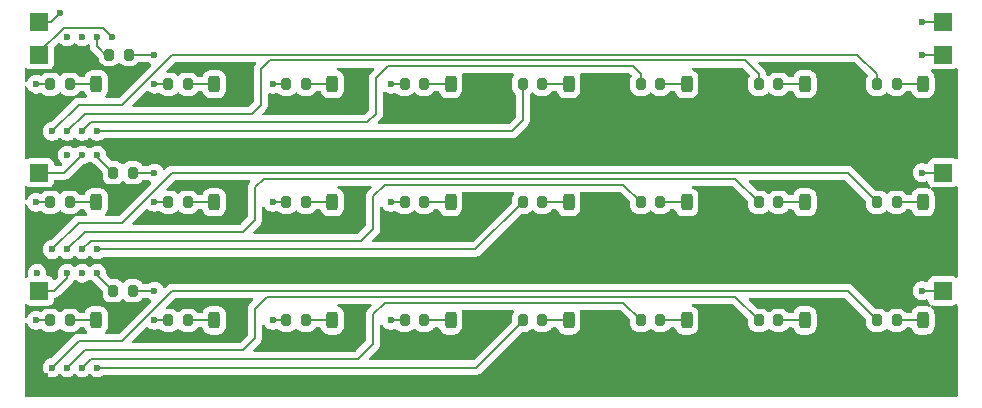
<source format=gbr>
%TF.GenerationSoftware,KiCad,Pcbnew,9.0.3*%
%TF.CreationDate,2025-08-28T14:22:22-04:00*%
%TF.ProjectId,Shift-LED-Board,53686966-742d-44c4-9544-2d426f617264,rev?*%
%TF.SameCoordinates,Original*%
%TF.FileFunction,Copper,L1,Top*%
%TF.FilePolarity,Positive*%
%FSLAX46Y46*%
G04 Gerber Fmt 4.6, Leading zero omitted, Abs format (unit mm)*
G04 Created by KiCad (PCBNEW 9.0.3) date 2025-08-28 14:22:22*
%MOMM*%
%LPD*%
G01*
G04 APERTURE LIST*
G04 Aperture macros list*
%AMRoundRect*
0 Rectangle with rounded corners*
0 $1 Rounding radius*
0 $2 $3 $4 $5 $6 $7 $8 $9 X,Y pos of 4 corners*
0 Add a 4 corners polygon primitive as box body*
4,1,4,$2,$3,$4,$5,$6,$7,$8,$9,$2,$3,0*
0 Add four circle primitives for the rounded corners*
1,1,$1+$1,$2,$3*
1,1,$1+$1,$4,$5*
1,1,$1+$1,$6,$7*
1,1,$1+$1,$8,$9*
0 Add four rect primitives between the rounded corners*
20,1,$1+$1,$2,$3,$4,$5,0*
20,1,$1+$1,$4,$5,$6,$7,0*
20,1,$1+$1,$6,$7,$8,$9,0*
20,1,$1+$1,$8,$9,$2,$3,0*%
G04 Aperture macros list end*
%TA.AperFunction,SMDPad,CuDef*%
%ADD10RoundRect,0.200000X-0.200000X-0.275000X0.200000X-0.275000X0.200000X0.275000X-0.200000X0.275000X0*%
%TD*%
%TA.AperFunction,SMDPad,CuDef*%
%ADD11RoundRect,0.243750X0.243750X0.456250X-0.243750X0.456250X-0.243750X-0.456250X0.243750X-0.456250X0*%
%TD*%
%TA.AperFunction,SMDPad,CuDef*%
%ADD12R,1.500000X1.500000*%
%TD*%
%TA.AperFunction,SMDPad,CuDef*%
%ADD13RoundRect,0.200000X0.200000X0.275000X-0.200000X0.275000X-0.200000X-0.275000X0.200000X-0.275000X0*%
%TD*%
%TA.AperFunction,ViaPad*%
%ADD14C,0.600000*%
%TD*%
%TA.AperFunction,Conductor*%
%ADD15C,0.200000*%
%TD*%
G04 APERTURE END LIST*
D10*
%TO.P,R8,1*%
%TO.N,Net-(U1-QH)*%
X167175000Y-46000000D03*
%TO.P,R8,2*%
%TO.N,Net-(D8-A)*%
X168825000Y-46000000D03*
%TD*%
%TO.P,R23,1*%
%TO.N,Net-(U3-QG)*%
X157175000Y-66000000D03*
%TO.P,R23,2*%
%TO.N,Net-(D23-A)*%
X158825000Y-66000000D03*
%TD*%
D11*
%TO.P,D15,1,K*%
%TO.N,GND*%
X162937500Y-56000000D03*
%TO.P,D15,2,A*%
%TO.N,Net-(D15-A)*%
X161062500Y-56000000D03*
%TD*%
D10*
%TO.P,R19,1*%
%TO.N,Net-(U3-QC)*%
X117175000Y-66000000D03*
%TO.P,R19,2*%
%TO.N,Net-(D19-A)*%
X118825000Y-66000000D03*
%TD*%
%TO.P,R12,1*%
%TO.N,Net-(U2-QD)*%
X127175000Y-56000000D03*
%TO.P,R12,2*%
%TO.N,Net-(D12-A)*%
X128825000Y-56000000D03*
%TD*%
%TO.P,R3,1*%
%TO.N,Net-(U1-QC)*%
X117175000Y-46000000D03*
%TO.P,R3,2*%
%TO.N,Net-(D3-A)*%
X118825000Y-46000000D03*
%TD*%
D12*
%TO.P,TP8,1,1*%
%TO.N,/SR_CLK*%
X96250000Y-63500000D03*
%TD*%
D11*
%TO.P,D6,1,K*%
%TO.N,GND*%
X152937500Y-46000000D03*
%TO.P,D6,2,A*%
%TO.N,Net-(D6-A)*%
X151062500Y-46000000D03*
%TD*%
%TO.P,D17,1,K*%
%TO.N,GND*%
X102937500Y-66000000D03*
%TO.P,D17,2,A*%
%TO.N,Net-(D17-A)*%
X101062500Y-66000000D03*
%TD*%
D12*
%TO.P,TP9,1,1*%
%TO.N,/RC_CLK*%
X96250000Y-53500000D03*
%TD*%
D11*
%TO.P,D20,1,K*%
%TO.N,GND*%
X132937500Y-66000000D03*
%TO.P,D20,2,A*%
%TO.N,Net-(D20-A)*%
X131062500Y-66000000D03*
%TD*%
D12*
%TO.P,TP2,1,1*%
%TO.N,/SR_CLK*%
X172750000Y-63500000D03*
%TD*%
D11*
%TO.P,D4,1,K*%
%TO.N,GND*%
X132937500Y-46000000D03*
%TO.P,D4,2,A*%
%TO.N,Net-(D4-A)*%
X131062500Y-46000000D03*
%TD*%
D13*
%TO.P,R25,1*%
%TO.N,/5V*%
X103825000Y-43500000D03*
%TO.P,R25,2*%
%TO.N,/OE*%
X102175000Y-43500000D03*
%TD*%
D10*
%TO.P,R24,1*%
%TO.N,Net-(U3-QH)*%
X167175000Y-66000000D03*
%TO.P,R24,2*%
%TO.N,Net-(D24-A)*%
X168825000Y-66000000D03*
%TD*%
%TO.P,R22,1*%
%TO.N,Net-(U3-QF)*%
X147175000Y-66000000D03*
%TO.P,R22,2*%
%TO.N,Net-(D22-A)*%
X148825000Y-66000000D03*
%TD*%
D11*
%TO.P,D14,1,K*%
%TO.N,GND*%
X152937500Y-56000000D03*
%TO.P,D14,2,A*%
%TO.N,Net-(D14-A)*%
X151062500Y-56000000D03*
%TD*%
%TO.P,D19,1,K*%
%TO.N,GND*%
X122937500Y-66000000D03*
%TO.P,D19,2,A*%
%TO.N,Net-(D19-A)*%
X121062500Y-66000000D03*
%TD*%
D10*
%TO.P,R1,1*%
%TO.N,Net-(U1-QA)*%
X97175000Y-46000000D03*
%TO.P,R1,2*%
%TO.N,Net-(D1-A)*%
X98825000Y-46000000D03*
%TD*%
%TO.P,R6,1*%
%TO.N,Net-(U1-QF)*%
X147175000Y-46000000D03*
%TO.P,R6,2*%
%TO.N,Net-(D6-A)*%
X148825000Y-46000000D03*
%TD*%
D12*
%TO.P,TP5,1,1*%
%TO.N,GND*%
X96250000Y-71250000D03*
%TD*%
D11*
%TO.P,D23,1,K*%
%TO.N,GND*%
X162937500Y-66000000D03*
%TO.P,D23,2,A*%
%TO.N,Net-(D23-A)*%
X161062500Y-66000000D03*
%TD*%
D12*
%TO.P,TP10,1,1*%
%TO.N,/SER_OUT*%
X172750000Y-43500000D03*
%TD*%
D11*
%TO.P,D16,1,K*%
%TO.N,GND*%
X172937500Y-56000000D03*
%TO.P,D16,2,A*%
%TO.N,Net-(D16-A)*%
X171062500Y-56000000D03*
%TD*%
D12*
%TO.P,TP1,1,1*%
%TO.N,/SER_IN*%
X96250000Y-43500000D03*
%TD*%
D11*
%TO.P,D11,1,K*%
%TO.N,GND*%
X122937500Y-56000000D03*
%TO.P,D11,2,A*%
%TO.N,Net-(D11-A)*%
X121062500Y-56000000D03*
%TD*%
D10*
%TO.P,R5,1*%
%TO.N,Net-(U1-QE)*%
X137175000Y-46000000D03*
%TO.P,R5,2*%
%TO.N,Net-(D5-A)*%
X138825000Y-46000000D03*
%TD*%
D11*
%TO.P,D10,1,K*%
%TO.N,GND*%
X112937500Y-56000000D03*
%TO.P,D10,2,A*%
%TO.N,Net-(D10-A)*%
X111062500Y-56000000D03*
%TD*%
%TO.P,D5,1,K*%
%TO.N,GND*%
X142937500Y-46000000D03*
%TO.P,D5,2,A*%
%TO.N,Net-(D5-A)*%
X141062500Y-46000000D03*
%TD*%
D10*
%TO.P,R14,1*%
%TO.N,Net-(U2-QF)*%
X147175000Y-56000000D03*
%TO.P,R14,2*%
%TO.N,Net-(D14-A)*%
X148825000Y-56000000D03*
%TD*%
D11*
%TO.P,D2,1,K*%
%TO.N,GND*%
X112937500Y-46000000D03*
%TO.P,D2,2,A*%
%TO.N,Net-(D2-A)*%
X111062500Y-46000000D03*
%TD*%
%TO.P,D9,1,K*%
%TO.N,GND*%
X102937500Y-56000000D03*
%TO.P,D9,2,A*%
%TO.N,Net-(D9-A)*%
X101062500Y-56000000D03*
%TD*%
%TO.P,D3,1,K*%
%TO.N,GND*%
X122937500Y-46000000D03*
%TO.P,D3,2,A*%
%TO.N,Net-(D3-A)*%
X121062500Y-46000000D03*
%TD*%
D10*
%TO.P,R7,1*%
%TO.N,Net-(U1-QG)*%
X157175000Y-46000000D03*
%TO.P,R7,2*%
%TO.N,Net-(D7-A)*%
X158825000Y-46000000D03*
%TD*%
D13*
%TO.P,R27,1*%
%TO.N,/5V*%
X104150000Y-53500000D03*
%TO.P,R27,2*%
%TO.N,/OE*%
X102500000Y-53500000D03*
%TD*%
D10*
%TO.P,R21,1*%
%TO.N,Net-(U3-QE)*%
X137175000Y-66000000D03*
%TO.P,R21,2*%
%TO.N,Net-(D21-A)*%
X138825000Y-66000000D03*
%TD*%
%TO.P,R17,1*%
%TO.N,Net-(U3-QA)*%
X97175000Y-66000000D03*
%TO.P,R17,2*%
%TO.N,Net-(D17-A)*%
X98825000Y-66000000D03*
%TD*%
D11*
%TO.P,D22,1,K*%
%TO.N,GND*%
X152937500Y-66000000D03*
%TO.P,D22,2,A*%
%TO.N,Net-(D22-A)*%
X151062500Y-66000000D03*
%TD*%
%TO.P,D13,1,K*%
%TO.N,GND*%
X142937500Y-56000000D03*
%TO.P,D13,2,A*%
%TO.N,Net-(D13-A)*%
X141062500Y-56000000D03*
%TD*%
D10*
%TO.P,R20,1*%
%TO.N,Net-(U3-QD)*%
X127175000Y-66000000D03*
%TO.P,R20,2*%
%TO.N,Net-(D20-A)*%
X128825000Y-66000000D03*
%TD*%
D11*
%TO.P,D18,1,K*%
%TO.N,GND*%
X112937500Y-66000000D03*
%TO.P,D18,2,A*%
%TO.N,Net-(D18-A)*%
X111062500Y-66000000D03*
%TD*%
D10*
%TO.P,R2,1*%
%TO.N,Net-(U1-QB)*%
X107175000Y-46000000D03*
%TO.P,R2,2*%
%TO.N,Net-(D2-A)*%
X108825000Y-46000000D03*
%TD*%
%TO.P,R4,1*%
%TO.N,Net-(U1-QD)*%
X127175000Y-46000000D03*
%TO.P,R4,2*%
%TO.N,Net-(D4-A)*%
X128825000Y-46000000D03*
%TD*%
%TO.P,R9,1*%
%TO.N,Net-(U2-QA)*%
X97175000Y-56000000D03*
%TO.P,R9,2*%
%TO.N,Net-(D9-A)*%
X98825000Y-56000000D03*
%TD*%
D11*
%TO.P,D7,1,K*%
%TO.N,GND*%
X162937500Y-46000000D03*
%TO.P,D7,2,A*%
%TO.N,Net-(D7-A)*%
X161062500Y-46000000D03*
%TD*%
D13*
%TO.P,R26,1*%
%TO.N,/5V*%
X104150000Y-63500000D03*
%TO.P,R26,2*%
%TO.N,/OE*%
X102500000Y-63500000D03*
%TD*%
D10*
%TO.P,R10,1*%
%TO.N,Net-(U2-QB)*%
X107175000Y-56000000D03*
%TO.P,R10,2*%
%TO.N,Net-(D10-A)*%
X108825000Y-56000000D03*
%TD*%
%TO.P,R13,1*%
%TO.N,Net-(U2-QE)*%
X137175000Y-56000000D03*
%TO.P,R13,2*%
%TO.N,Net-(D13-A)*%
X138825000Y-56000000D03*
%TD*%
D12*
%TO.P,TP7,1,1*%
%TO.N,GND*%
X172750000Y-71250000D03*
%TD*%
D10*
%TO.P,R11,1*%
%TO.N,Net-(U2-QC)*%
X117175000Y-56000000D03*
%TO.P,R11,2*%
%TO.N,Net-(D11-A)*%
X118825000Y-56000000D03*
%TD*%
%TO.P,R18,1*%
%TO.N,Net-(U3-QB)*%
X107175000Y-66000000D03*
%TO.P,R18,2*%
%TO.N,Net-(D18-A)*%
X108825000Y-66000000D03*
%TD*%
D12*
%TO.P,TP4,1,1*%
%TO.N,/5V*%
X172750000Y-40750000D03*
%TD*%
D10*
%TO.P,R16,1*%
%TO.N,Net-(U2-QH)*%
X167175000Y-56000000D03*
%TO.P,R16,2*%
%TO.N,Net-(D16-A)*%
X168825000Y-56000000D03*
%TD*%
D11*
%TO.P,D21,1,K*%
%TO.N,GND*%
X142937500Y-66000000D03*
%TO.P,D21,2,A*%
%TO.N,Net-(D21-A)*%
X141062500Y-66000000D03*
%TD*%
D10*
%TO.P,R15,1*%
%TO.N,Net-(U2-QG)*%
X157175000Y-56000000D03*
%TO.P,R15,2*%
%TO.N,Net-(D15-A)*%
X158825000Y-56000000D03*
%TD*%
D11*
%TO.P,D24,1,K*%
%TO.N,GND*%
X172937500Y-66000000D03*
%TO.P,D24,2,A*%
%TO.N,Net-(D24-A)*%
X171062500Y-66000000D03*
%TD*%
%TO.P,D12,1,K*%
%TO.N,GND*%
X132937500Y-56000000D03*
%TO.P,D12,2,A*%
%TO.N,Net-(D12-A)*%
X131062500Y-56000000D03*
%TD*%
%TO.P,D8,1,K*%
%TO.N,GND*%
X172937500Y-46000000D03*
%TO.P,D8,2,A*%
%TO.N,Net-(D8-A)*%
X171062500Y-46000000D03*
%TD*%
D12*
%TO.P,TP6,1,1*%
%TO.N,/5V*%
X96250000Y-40750000D03*
%TD*%
%TO.P,TP3,1,1*%
%TO.N,/RC_CLK*%
X172750000Y-53500000D03*
%TD*%
D11*
%TO.P,D1,1,K*%
%TO.N,GND*%
X102937500Y-46000000D03*
%TO.P,D1,2,A*%
%TO.N,Net-(D1-A)*%
X101062500Y-46000000D03*
%TD*%
D14*
%TO.N,GND*%
X171000000Y-71250000D03*
X104250000Y-45250000D03*
X113000000Y-47250000D03*
X123000000Y-57250000D03*
X123000000Y-47250000D03*
X163000000Y-57250000D03*
X96055000Y-50000000D03*
X113000000Y-67250000D03*
X97750000Y-71500000D03*
X153000000Y-47250000D03*
X143000000Y-47250000D03*
X163000000Y-67250000D03*
X173000000Y-57250000D03*
X133000000Y-57250000D03*
X143000000Y-67250000D03*
X163000000Y-47250000D03*
X173000000Y-47250000D03*
X104250000Y-55250000D03*
X173000000Y-67250000D03*
X133000000Y-67250000D03*
X123000000Y-67250000D03*
X96055000Y-60000000D03*
X113000000Y-57250000D03*
X143000000Y-57250000D03*
X133000000Y-47250000D03*
X104250000Y-65250000D03*
X153000000Y-67250000D03*
%TO.N,/5V*%
X171000000Y-40750000D03*
X106000000Y-53525000D03*
X106000000Y-63525000D03*
X98000000Y-40000000D03*
X106000000Y-43525000D03*
%TO.N,Net-(U1-QA)*%
X96000000Y-46000000D03*
%TO.N,Net-(U1-QB)*%
X106000000Y-46000000D03*
%TO.N,Net-(U1-QC)*%
X116000000Y-46000000D03*
%TO.N,Net-(U1-QD)*%
X126000000Y-46000000D03*
%TO.N,Net-(U1-QE)*%
X101135000Y-50000000D03*
%TO.N,Net-(U1-QF)*%
X99865000Y-50000000D03*
%TO.N,Net-(U1-QG)*%
X98595000Y-50000000D03*
%TO.N,Net-(U1-QH)*%
X97325000Y-50000000D03*
%TO.N,Net-(U2-QA)*%
X96000000Y-56000000D03*
%TO.N,Net-(U2-QB)*%
X106000000Y-56000000D03*
%TO.N,Net-(U2-QC)*%
X116000000Y-56000000D03*
%TO.N,Net-(U2-QD)*%
X126000000Y-56000000D03*
%TO.N,Net-(U2-QE)*%
X101135000Y-60000000D03*
%TO.N,Net-(U2-QF)*%
X99865000Y-60000000D03*
%TO.N,Net-(U2-QG)*%
X98595000Y-60000000D03*
%TO.N,Net-(U2-QH)*%
X97325000Y-60000000D03*
%TO.N,Net-(U3-QA)*%
X96000000Y-66000000D03*
%TO.N,Net-(U3-QB)*%
X106000000Y-66000000D03*
%TO.N,Net-(U3-QC)*%
X116000000Y-66000000D03*
%TO.N,Net-(U3-QD)*%
X126000000Y-66000000D03*
%TO.N,Net-(U3-QE)*%
X101135000Y-70000000D03*
%TO.N,Net-(U3-QF)*%
X99865000Y-70000000D03*
%TO.N,Net-(U3-QG)*%
X98595000Y-70000000D03*
%TO.N,Net-(U3-QH)*%
X97325000Y-70000000D03*
%TO.N,/SER_IN*%
X102405000Y-42000000D03*
%TO.N,/SR_CLK*%
X98595000Y-52000000D03*
X98595000Y-42000000D03*
X98595000Y-62000000D03*
X171000000Y-63500000D03*
%TO.N,/OE*%
X101135000Y-42000000D03*
X101135000Y-62000000D03*
X101135000Y-52000000D03*
%TO.N,/RC_CLK*%
X171000000Y-53500000D03*
X99865000Y-42000000D03*
X99865000Y-62000000D03*
X99865000Y-52000000D03*
%TO.N,/SER_OUT*%
X171000000Y-43500000D03*
X96055000Y-62000000D03*
%TD*%
D15*
%TO.N,Net-(D1-A)*%
X98825000Y-46000000D02*
X101062500Y-46000000D01*
%TO.N,Net-(D2-A)*%
X108825000Y-46000000D02*
X111062500Y-46000000D01*
%TO.N,Net-(D3-A)*%
X118825000Y-46000000D02*
X121062500Y-46000000D01*
%TO.N,Net-(D4-A)*%
X128825000Y-46000000D02*
X131062500Y-46000000D01*
%TO.N,Net-(D5-A)*%
X138825000Y-46000000D02*
X141062500Y-46000000D01*
%TO.N,Net-(D6-A)*%
X148825000Y-46000000D02*
X151062500Y-46000000D01*
%TO.N,Net-(D7-A)*%
X158825000Y-46000000D02*
X161062500Y-46000000D01*
%TO.N,Net-(D8-A)*%
X168825000Y-46000000D02*
X171062500Y-46000000D01*
%TO.N,Net-(D9-A)*%
X98825000Y-56000000D02*
X101062500Y-56000000D01*
%TO.N,Net-(D10-A)*%
X108825000Y-56000000D02*
X111062500Y-56000000D01*
%TO.N,Net-(D11-A)*%
X118825000Y-56000000D02*
X121062500Y-56000000D01*
%TO.N,Net-(D12-A)*%
X131062500Y-56000000D02*
X128825000Y-56000000D01*
%TO.N,Net-(D13-A)*%
X141062500Y-56000000D02*
X138825000Y-56000000D01*
%TO.N,Net-(D14-A)*%
X151062500Y-56000000D02*
X148825000Y-56000000D01*
%TO.N,Net-(D15-A)*%
X158825000Y-56000000D02*
X161062500Y-56000000D01*
%TO.N,Net-(D16-A)*%
X168825000Y-56000000D02*
X171062500Y-56000000D01*
%TO.N,GND*%
X171000000Y-71250000D02*
X172750000Y-71250000D01*
%TO.N,/5V*%
X172750000Y-40750000D02*
X171000000Y-40750000D01*
X96250000Y-40750000D02*
X97250000Y-40750000D01*
X103825000Y-43500000D02*
X105975000Y-43500000D01*
X97250000Y-40750000D02*
X98000000Y-40000000D01*
X104175000Y-63525000D02*
X104150000Y-63500000D01*
X105975000Y-53500000D02*
X106000000Y-53525000D01*
X104150000Y-53500000D02*
X105975000Y-53500000D01*
X105975000Y-43500000D02*
X106000000Y-43525000D01*
X106000000Y-63525000D02*
X104175000Y-63525000D01*
%TO.N,Net-(U1-QA)*%
X97175000Y-46000000D02*
X96000000Y-46000000D01*
%TO.N,Net-(U1-QB)*%
X107175000Y-46000000D02*
X106000000Y-46000000D01*
%TO.N,Net-(U1-QC)*%
X117175000Y-46000000D02*
X116000000Y-46000000D01*
%TO.N,Net-(U1-QD)*%
X127175000Y-46000000D02*
X126000000Y-46000000D01*
%TO.N,Net-(U1-QE)*%
X137175000Y-49075000D02*
X137175000Y-46000000D01*
X137000000Y-46000000D02*
X137175000Y-46000000D01*
X101135000Y-50000000D02*
X136250000Y-50000000D01*
X136250000Y-50000000D02*
X137175000Y-49075000D01*
%TO.N,Net-(U1-QF)*%
X124750000Y-48500000D02*
X124000000Y-49250000D01*
X125750000Y-44500000D02*
X124750000Y-45500000D01*
X147175000Y-45175000D02*
X146500000Y-44500000D01*
X146500000Y-44500000D02*
X125750000Y-44500000D01*
X100615000Y-49250000D02*
X99865000Y-50000000D01*
X147175000Y-46000000D02*
X147175000Y-45175000D01*
X124750000Y-45500000D02*
X124750000Y-48500000D01*
X124000000Y-49250000D02*
X100615000Y-49250000D01*
%TO.N,Net-(U1-QG)*%
X115000000Y-44750000D02*
X115000000Y-47750000D01*
X114250000Y-48500000D02*
X100095000Y-48500000D01*
X157175000Y-46000000D02*
X157175000Y-45175000D01*
X156000000Y-44000000D02*
X115750000Y-44000000D01*
X157175000Y-45175000D02*
X156000000Y-44000000D01*
X115750000Y-44000000D02*
X115000000Y-44750000D01*
X115000000Y-47750000D02*
X114250000Y-48500000D01*
X100095000Y-48500000D02*
X98595000Y-50000000D01*
%TO.N,Net-(U1-QH)*%
X103250000Y-47750000D02*
X107500000Y-43500000D01*
X99575000Y-47750000D02*
X103250000Y-47750000D01*
X97325000Y-50000000D02*
X99575000Y-47750000D01*
X107500000Y-43500000D02*
X165500000Y-43500000D01*
X167175000Y-45175000D02*
X167175000Y-46000000D01*
X165500000Y-43500000D02*
X167175000Y-45175000D01*
%TO.N,Net-(U2-QA)*%
X97175000Y-56000000D02*
X96000000Y-56000000D01*
%TO.N,Net-(U2-QB)*%
X107175000Y-56000000D02*
X106000000Y-56000000D01*
%TO.N,Net-(U2-QC)*%
X117175000Y-56000000D02*
X116000000Y-56000000D01*
%TO.N,Net-(U2-QD)*%
X127175000Y-56000000D02*
X126000000Y-56000000D01*
%TO.N,Net-(U2-QE)*%
X133175000Y-60000000D02*
X137175000Y-56000000D01*
X101135000Y-60000000D02*
X133175000Y-60000000D01*
%TO.N,Net-(U2-QF)*%
X124500000Y-55500000D02*
X124500000Y-58250000D01*
X147175000Y-56000000D02*
X145675000Y-54500000D01*
X100615000Y-59250000D02*
X99865000Y-60000000D01*
X125500000Y-54500000D02*
X124500000Y-55500000D01*
X124500000Y-58250000D02*
X123500000Y-59250000D01*
X145675000Y-54500000D02*
X125500000Y-54500000D01*
X123500000Y-59250000D02*
X100615000Y-59250000D01*
%TO.N,Net-(U2-QG)*%
X114500000Y-57500000D02*
X113500000Y-58500000D01*
X155175000Y-54000000D02*
X115250000Y-54000000D01*
X157175000Y-56000000D02*
X155175000Y-54000000D01*
X113500000Y-58500000D02*
X100095000Y-58500000D01*
X114500000Y-54750000D02*
X114500000Y-57500000D01*
X100095000Y-58500000D02*
X98595000Y-60000000D01*
X115250000Y-54000000D02*
X114500000Y-54750000D01*
%TO.N,Net-(U2-QH)*%
X164675000Y-53500000D02*
X167175000Y-56000000D01*
X107500000Y-53500000D02*
X164675000Y-53500000D01*
X97325000Y-60000000D02*
X99575000Y-57750000D01*
X99575000Y-57750000D02*
X103250000Y-57750000D01*
X103250000Y-57750000D02*
X107500000Y-53500000D01*
%TO.N,Net-(D17-A)*%
X101062500Y-66000000D02*
X98825000Y-66000000D01*
%TO.N,Net-(D18-A)*%
X108825000Y-66000000D02*
X111062500Y-66000000D01*
%TO.N,Net-(D19-A)*%
X121062500Y-66000000D02*
X118825000Y-66000000D01*
%TO.N,Net-(D20-A)*%
X131062500Y-66000000D02*
X128825000Y-66000000D01*
%TO.N,Net-(D21-A)*%
X141062500Y-66000000D02*
X138825000Y-66000000D01*
%TO.N,Net-(D22-A)*%
X151062500Y-66000000D02*
X148825000Y-66000000D01*
%TO.N,Net-(D23-A)*%
X161062500Y-66000000D02*
X158825000Y-66000000D01*
%TO.N,Net-(D24-A)*%
X168825000Y-66000000D02*
X171062500Y-66000000D01*
%TO.N,Net-(U3-QA)*%
X97175000Y-66000000D02*
X96000000Y-66000000D01*
%TO.N,Net-(U3-QB)*%
X107175000Y-66000000D02*
X106000000Y-66000000D01*
%TO.N,Net-(U3-QC)*%
X117175000Y-66000000D02*
X116000000Y-66000000D01*
%TO.N,Net-(U3-QD)*%
X127175000Y-66000000D02*
X126000000Y-66000000D01*
%TO.N,Net-(U3-QE)*%
X101135000Y-70000000D02*
X133250000Y-70000000D01*
X137175000Y-66075000D02*
X137175000Y-66000000D01*
X133250000Y-70000000D02*
X137175000Y-66075000D01*
%TO.N,Net-(U3-QF)*%
X125500000Y-64500000D02*
X124500000Y-65500000D01*
X147175000Y-66000000D02*
X145675000Y-64500000D01*
X123250000Y-69250000D02*
X100615000Y-69250000D01*
X145675000Y-64500000D02*
X125500000Y-64500000D01*
X100615000Y-69250000D02*
X99865000Y-70000000D01*
X124500000Y-65500000D02*
X124500000Y-68000000D01*
X124500000Y-68000000D02*
X123250000Y-69250000D01*
%TO.N,Net-(U3-QG)*%
X114500000Y-65000000D02*
X114500000Y-67500000D01*
X157175000Y-66000000D02*
X155175000Y-64000000D01*
X114500000Y-67500000D02*
X113500000Y-68500000D01*
X155175000Y-64000000D02*
X115500000Y-64000000D01*
X115500000Y-64000000D02*
X114500000Y-65000000D01*
X100095000Y-68500000D02*
X98595000Y-70000000D01*
X113500000Y-68500000D02*
X100095000Y-68500000D01*
%TO.N,Net-(U3-QH)*%
X97325000Y-70000000D02*
X99575000Y-67750000D01*
X164675000Y-63500000D02*
X167175000Y-66000000D01*
X107500000Y-63500000D02*
X164675000Y-63500000D01*
X103250000Y-67750000D02*
X107500000Y-63500000D01*
X99575000Y-67750000D02*
X103250000Y-67750000D01*
%TO.N,/SER_IN*%
X96250000Y-43309274D02*
X98309274Y-41250000D01*
X101655000Y-41250000D02*
X102405000Y-42000000D01*
X96250000Y-43500000D02*
X96250000Y-43309274D01*
X98309274Y-41250000D02*
X101655000Y-41250000D01*
%TO.N,/SR_CLK*%
X95750000Y-63500000D02*
X97500000Y-63500000D01*
X98595000Y-62405000D02*
X98595000Y-62000000D01*
X172750000Y-63500000D02*
X171000000Y-63500000D01*
X97500000Y-63500000D02*
X98595000Y-62405000D01*
%TO.N,/OE*%
X101135000Y-42785000D02*
X101135000Y-42000000D01*
X101135000Y-52135000D02*
X101135000Y-52000000D01*
X102500000Y-53500000D02*
X101135000Y-52135000D01*
X101135000Y-62000000D02*
X101135000Y-62135000D01*
X101135000Y-62135000D02*
X102500000Y-63500000D01*
X102100000Y-43750000D02*
X101135000Y-42785000D01*
%TO.N,/RC_CLK*%
X172750000Y-53500000D02*
X171000000Y-53500000D01*
X95750000Y-53500000D02*
X98365000Y-53500000D01*
X98365000Y-53500000D02*
X99865000Y-52000000D01*
%TO.N,/SER_OUT*%
X172750000Y-43500000D02*
X171000000Y-43500000D01*
%TD*%
%TA.AperFunction,Conductor*%
%TO.N,GND*%
G36*
X164441942Y-64120185D02*
G01*
X164462584Y-64136819D01*
X166238181Y-65912416D01*
X166271666Y-65973739D01*
X166274500Y-66000097D01*
X166274500Y-66331613D01*
X166280913Y-66402192D01*
X166280913Y-66402194D01*
X166280914Y-66402196D01*
X166331522Y-66564606D01*
X166419047Y-66709390D01*
X166419530Y-66710188D01*
X166539811Y-66830469D01*
X166539813Y-66830470D01*
X166539815Y-66830472D01*
X166685394Y-66918478D01*
X166847804Y-66969086D01*
X166918384Y-66975500D01*
X166918387Y-66975500D01*
X167431613Y-66975500D01*
X167431616Y-66975500D01*
X167502196Y-66969086D01*
X167664606Y-66918478D01*
X167810185Y-66830472D01*
X167840158Y-66800499D01*
X167912319Y-66728339D01*
X167973642Y-66694854D01*
X168043334Y-66699838D01*
X168087681Y-66728339D01*
X168189811Y-66830469D01*
X168189813Y-66830470D01*
X168189815Y-66830472D01*
X168335394Y-66918478D01*
X168497804Y-66969086D01*
X168568384Y-66975500D01*
X168568387Y-66975500D01*
X169081613Y-66975500D01*
X169081616Y-66975500D01*
X169152196Y-66969086D01*
X169314606Y-66918478D01*
X169460185Y-66830472D01*
X169580472Y-66710185D01*
X169610598Y-66660349D01*
X169662126Y-66613162D01*
X169716715Y-66600500D01*
X169992961Y-66600500D01*
X170060000Y-66620185D01*
X170105755Y-66672989D01*
X170110667Y-66685496D01*
X170139637Y-66772922D01*
X170139642Y-66772933D01*
X170230971Y-66920999D01*
X170230974Y-66921003D01*
X170353996Y-67044025D01*
X170354000Y-67044028D01*
X170502066Y-67135357D01*
X170502069Y-67135358D01*
X170502075Y-67135362D01*
X170667225Y-67190087D01*
X170769152Y-67200500D01*
X170769157Y-67200500D01*
X171355843Y-67200500D01*
X171355848Y-67200500D01*
X171457775Y-67190087D01*
X171622925Y-67135362D01*
X171771003Y-67044026D01*
X171894026Y-66921003D01*
X171985362Y-66772925D01*
X172040087Y-66607775D01*
X172050500Y-66505848D01*
X172050500Y-65494152D01*
X172040087Y-65392225D01*
X171985362Y-65227075D01*
X171985358Y-65227069D01*
X171985357Y-65227066D01*
X171894028Y-65079000D01*
X171894025Y-65078996D01*
X171765896Y-64950867D01*
X171767443Y-64949319D01*
X171733242Y-64901030D01*
X171730097Y-64831231D01*
X171765186Y-64770812D01*
X171827371Y-64738955D01*
X171884610Y-64743806D01*
X171884965Y-64742307D01*
X171892516Y-64744091D01*
X171899444Y-64744835D01*
X171952127Y-64750500D01*
X173547872Y-64750499D01*
X173607483Y-64744091D01*
X173742331Y-64693796D01*
X173801189Y-64649734D01*
X173866652Y-64625317D01*
X173934925Y-64640168D01*
X173984331Y-64689573D01*
X173999500Y-64749001D01*
X173999500Y-72375500D01*
X173979815Y-72442539D01*
X173927011Y-72488294D01*
X173875500Y-72499500D01*
X95124500Y-72499500D01*
X95057461Y-72479815D01*
X95011706Y-72427011D01*
X95000500Y-72375500D01*
X95000500Y-66302190D01*
X95020185Y-66235151D01*
X95072989Y-66189396D01*
X95142147Y-66179452D01*
X95205703Y-66208477D01*
X95239061Y-66254738D01*
X95290602Y-66379172D01*
X95290609Y-66379185D01*
X95378210Y-66510288D01*
X95378213Y-66510292D01*
X95489707Y-66621786D01*
X95489711Y-66621789D01*
X95620814Y-66709390D01*
X95620827Y-66709397D01*
X95766498Y-66769735D01*
X95766503Y-66769737D01*
X95921153Y-66800499D01*
X95921156Y-66800500D01*
X95921158Y-66800500D01*
X96078844Y-66800500D01*
X96078845Y-66800499D01*
X96233497Y-66769737D01*
X96330605Y-66729513D01*
X96400071Y-66722045D01*
X96462550Y-66753320D01*
X96465736Y-66756394D01*
X96539811Y-66830469D01*
X96539813Y-66830470D01*
X96539815Y-66830472D01*
X96685394Y-66918478D01*
X96847804Y-66969086D01*
X96918384Y-66975500D01*
X96918387Y-66975500D01*
X97431613Y-66975500D01*
X97431616Y-66975500D01*
X97502196Y-66969086D01*
X97664606Y-66918478D01*
X97810185Y-66830472D01*
X97840158Y-66800499D01*
X97912319Y-66728339D01*
X97973642Y-66694854D01*
X98043334Y-66699838D01*
X98087681Y-66728339D01*
X98189811Y-66830469D01*
X98189813Y-66830470D01*
X98189815Y-66830472D01*
X98335394Y-66918478D01*
X98497804Y-66969086D01*
X98568384Y-66975500D01*
X98568387Y-66975500D01*
X99081613Y-66975500D01*
X99081616Y-66975500D01*
X99152196Y-66969086D01*
X99314606Y-66918478D01*
X99460185Y-66830472D01*
X99580472Y-66710185D01*
X99610598Y-66660349D01*
X99662126Y-66613162D01*
X99716715Y-66600500D01*
X99992961Y-66600500D01*
X100060000Y-66620185D01*
X100105755Y-66672989D01*
X100110667Y-66685496D01*
X100139637Y-66772922D01*
X100139642Y-66772933D01*
X100230971Y-66920999D01*
X100230974Y-66921003D01*
X100247790Y-66937819D01*
X100281275Y-66999142D01*
X100276291Y-67068834D01*
X100234419Y-67124767D01*
X100168955Y-67149184D01*
X100160109Y-67149500D01*
X99661670Y-67149500D01*
X99661654Y-67149499D01*
X99654058Y-67149499D01*
X99495943Y-67149499D01*
X99419579Y-67169961D01*
X99343214Y-67190423D01*
X99343209Y-67190426D01*
X99206290Y-67269475D01*
X99206282Y-67269481D01*
X97310339Y-69165425D01*
X97249016Y-69198910D01*
X97246850Y-69199361D01*
X97091508Y-69230261D01*
X97091498Y-69230264D01*
X96945827Y-69290602D01*
X96945814Y-69290609D01*
X96814711Y-69378210D01*
X96814707Y-69378213D01*
X96703213Y-69489707D01*
X96703210Y-69489711D01*
X96615609Y-69620814D01*
X96615602Y-69620827D01*
X96555264Y-69766498D01*
X96555261Y-69766510D01*
X96524500Y-69921153D01*
X96524500Y-70078846D01*
X96555261Y-70233489D01*
X96555264Y-70233501D01*
X96615602Y-70379172D01*
X96615609Y-70379185D01*
X96703210Y-70510288D01*
X96703213Y-70510292D01*
X96814707Y-70621786D01*
X96814711Y-70621789D01*
X96945814Y-70709390D01*
X96945827Y-70709397D01*
X97091498Y-70769735D01*
X97091503Y-70769737D01*
X97246153Y-70800499D01*
X97246156Y-70800500D01*
X97246158Y-70800500D01*
X97403844Y-70800500D01*
X97403845Y-70800499D01*
X97558497Y-70769737D01*
X97704179Y-70709394D01*
X97835289Y-70621789D01*
X97835680Y-70621398D01*
X97872319Y-70584760D01*
X97933642Y-70551275D01*
X98003334Y-70556259D01*
X98047681Y-70584760D01*
X98084707Y-70621786D01*
X98084711Y-70621789D01*
X98215814Y-70709390D01*
X98215827Y-70709397D01*
X98361498Y-70769735D01*
X98361503Y-70769737D01*
X98516153Y-70800499D01*
X98516156Y-70800500D01*
X98516158Y-70800500D01*
X98673844Y-70800500D01*
X98673845Y-70800499D01*
X98828497Y-70769737D01*
X98974179Y-70709394D01*
X99105289Y-70621789D01*
X99105680Y-70621398D01*
X99142319Y-70584760D01*
X99203642Y-70551275D01*
X99273334Y-70556259D01*
X99317681Y-70584760D01*
X99354707Y-70621786D01*
X99354711Y-70621789D01*
X99485814Y-70709390D01*
X99485827Y-70709397D01*
X99631498Y-70769735D01*
X99631503Y-70769737D01*
X99786153Y-70800499D01*
X99786156Y-70800500D01*
X99786158Y-70800500D01*
X99943844Y-70800500D01*
X99943845Y-70800499D01*
X100098497Y-70769737D01*
X100244179Y-70709394D01*
X100375289Y-70621789D01*
X100375680Y-70621398D01*
X100412319Y-70584760D01*
X100473642Y-70551275D01*
X100543334Y-70556259D01*
X100587681Y-70584760D01*
X100624707Y-70621786D01*
X100624711Y-70621789D01*
X100755814Y-70709390D01*
X100755827Y-70709397D01*
X100901498Y-70769735D01*
X100901503Y-70769737D01*
X101056153Y-70800499D01*
X101056156Y-70800500D01*
X101056158Y-70800500D01*
X101213844Y-70800500D01*
X101213845Y-70800499D01*
X101368497Y-70769737D01*
X101514179Y-70709394D01*
X101514185Y-70709390D01*
X101645875Y-70621398D01*
X101712553Y-70600520D01*
X101714766Y-70600500D01*
X133163331Y-70600500D01*
X133163347Y-70600501D01*
X133170943Y-70600501D01*
X133329054Y-70600501D01*
X133329057Y-70600501D01*
X133481785Y-70559577D01*
X133531904Y-70530639D01*
X133618716Y-70480520D01*
X133730520Y-70368716D01*
X133730520Y-70368714D01*
X133740728Y-70358507D01*
X133740729Y-70358504D01*
X137087416Y-67011819D01*
X137148739Y-66978334D01*
X137175097Y-66975500D01*
X137431613Y-66975500D01*
X137431616Y-66975500D01*
X137502196Y-66969086D01*
X137664606Y-66918478D01*
X137810185Y-66830472D01*
X137840158Y-66800499D01*
X137912319Y-66728339D01*
X137973642Y-66694854D01*
X138043334Y-66699838D01*
X138087681Y-66728339D01*
X138189811Y-66830469D01*
X138189813Y-66830470D01*
X138189815Y-66830472D01*
X138335394Y-66918478D01*
X138497804Y-66969086D01*
X138568384Y-66975500D01*
X138568387Y-66975500D01*
X139081613Y-66975500D01*
X139081616Y-66975500D01*
X139152196Y-66969086D01*
X139314606Y-66918478D01*
X139460185Y-66830472D01*
X139580472Y-66710185D01*
X139610598Y-66660349D01*
X139662126Y-66613162D01*
X139716715Y-66600500D01*
X139992961Y-66600500D01*
X140060000Y-66620185D01*
X140105755Y-66672989D01*
X140110667Y-66685496D01*
X140139637Y-66772922D01*
X140139642Y-66772933D01*
X140230971Y-66920999D01*
X140230974Y-66921003D01*
X140353996Y-67044025D01*
X140354000Y-67044028D01*
X140502066Y-67135357D01*
X140502069Y-67135358D01*
X140502075Y-67135362D01*
X140667225Y-67190087D01*
X140769152Y-67200500D01*
X140769157Y-67200500D01*
X141355843Y-67200500D01*
X141355848Y-67200500D01*
X141457775Y-67190087D01*
X141622925Y-67135362D01*
X141771003Y-67044026D01*
X141894026Y-66921003D01*
X141985362Y-66772925D01*
X142040087Y-66607775D01*
X142050500Y-66505848D01*
X142050500Y-65494152D01*
X142040087Y-65392225D01*
X141997432Y-65263502D01*
X141995031Y-65193676D01*
X142030763Y-65133634D01*
X142093283Y-65102441D01*
X142115139Y-65100500D01*
X145374903Y-65100500D01*
X145441942Y-65120185D01*
X145462584Y-65136819D01*
X146238181Y-65912416D01*
X146271666Y-65973739D01*
X146274500Y-66000097D01*
X146274500Y-66331613D01*
X146280913Y-66402192D01*
X146280913Y-66402194D01*
X146280914Y-66402196D01*
X146331522Y-66564606D01*
X146419047Y-66709390D01*
X146419530Y-66710188D01*
X146539811Y-66830469D01*
X146539813Y-66830470D01*
X146539815Y-66830472D01*
X146685394Y-66918478D01*
X146847804Y-66969086D01*
X146918384Y-66975500D01*
X146918387Y-66975500D01*
X147431613Y-66975500D01*
X147431616Y-66975500D01*
X147502196Y-66969086D01*
X147664606Y-66918478D01*
X147810185Y-66830472D01*
X147840158Y-66800499D01*
X147912319Y-66728339D01*
X147973642Y-66694854D01*
X148043334Y-66699838D01*
X148087681Y-66728339D01*
X148189811Y-66830469D01*
X148189813Y-66830470D01*
X148189815Y-66830472D01*
X148335394Y-66918478D01*
X148497804Y-66969086D01*
X148568384Y-66975500D01*
X148568387Y-66975500D01*
X149081613Y-66975500D01*
X149081616Y-66975500D01*
X149152196Y-66969086D01*
X149314606Y-66918478D01*
X149460185Y-66830472D01*
X149580472Y-66710185D01*
X149610598Y-66660349D01*
X149662126Y-66613162D01*
X149716715Y-66600500D01*
X149992961Y-66600500D01*
X150060000Y-66620185D01*
X150105755Y-66672989D01*
X150110667Y-66685496D01*
X150139637Y-66772922D01*
X150139642Y-66772933D01*
X150230971Y-66920999D01*
X150230974Y-66921003D01*
X150353996Y-67044025D01*
X150354000Y-67044028D01*
X150502066Y-67135357D01*
X150502069Y-67135358D01*
X150502075Y-67135362D01*
X150667225Y-67190087D01*
X150769152Y-67200500D01*
X150769157Y-67200500D01*
X151355843Y-67200500D01*
X151355848Y-67200500D01*
X151457775Y-67190087D01*
X151622925Y-67135362D01*
X151771003Y-67044026D01*
X151894026Y-66921003D01*
X151985362Y-66772925D01*
X152040087Y-66607775D01*
X152050500Y-66505848D01*
X152050500Y-65494152D01*
X152040087Y-65392225D01*
X151985362Y-65227075D01*
X151985358Y-65227069D01*
X151985357Y-65227066D01*
X151894028Y-65079000D01*
X151894025Y-65078996D01*
X151771003Y-64955974D01*
X151770999Y-64955971D01*
X151622933Y-64864642D01*
X151622927Y-64864639D01*
X151622925Y-64864638D01*
X151555228Y-64842205D01*
X151497784Y-64802433D01*
X151470961Y-64737917D01*
X151483276Y-64669141D01*
X151530819Y-64617942D01*
X151594233Y-64600500D01*
X154874903Y-64600500D01*
X154941942Y-64620185D01*
X154962584Y-64636819D01*
X156238181Y-65912416D01*
X156271666Y-65973739D01*
X156274500Y-66000097D01*
X156274500Y-66331613D01*
X156280913Y-66402192D01*
X156280913Y-66402194D01*
X156280914Y-66402196D01*
X156331522Y-66564606D01*
X156419047Y-66709390D01*
X156419530Y-66710188D01*
X156539811Y-66830469D01*
X156539813Y-66830470D01*
X156539815Y-66830472D01*
X156685394Y-66918478D01*
X156847804Y-66969086D01*
X156918384Y-66975500D01*
X156918387Y-66975500D01*
X157431613Y-66975500D01*
X157431616Y-66975500D01*
X157502196Y-66969086D01*
X157664606Y-66918478D01*
X157810185Y-66830472D01*
X157840158Y-66800499D01*
X157912319Y-66728339D01*
X157973642Y-66694854D01*
X158043334Y-66699838D01*
X158087681Y-66728339D01*
X158189811Y-66830469D01*
X158189813Y-66830470D01*
X158189815Y-66830472D01*
X158335394Y-66918478D01*
X158497804Y-66969086D01*
X158568384Y-66975500D01*
X158568387Y-66975500D01*
X159081613Y-66975500D01*
X159081616Y-66975500D01*
X159152196Y-66969086D01*
X159314606Y-66918478D01*
X159460185Y-66830472D01*
X159580472Y-66710185D01*
X159610598Y-66660349D01*
X159662126Y-66613162D01*
X159716715Y-66600500D01*
X159992961Y-66600500D01*
X160060000Y-66620185D01*
X160105755Y-66672989D01*
X160110667Y-66685496D01*
X160139637Y-66772922D01*
X160139642Y-66772933D01*
X160230971Y-66920999D01*
X160230974Y-66921003D01*
X160353996Y-67044025D01*
X160354000Y-67044028D01*
X160502066Y-67135357D01*
X160502069Y-67135358D01*
X160502075Y-67135362D01*
X160667225Y-67190087D01*
X160769152Y-67200500D01*
X160769157Y-67200500D01*
X161355843Y-67200500D01*
X161355848Y-67200500D01*
X161457775Y-67190087D01*
X161622925Y-67135362D01*
X161771003Y-67044026D01*
X161894026Y-66921003D01*
X161985362Y-66772925D01*
X162040087Y-66607775D01*
X162050500Y-66505848D01*
X162050500Y-65494152D01*
X162040087Y-65392225D01*
X161985362Y-65227075D01*
X161985358Y-65227069D01*
X161985357Y-65227066D01*
X161894028Y-65079000D01*
X161894025Y-65078996D01*
X161771003Y-64955974D01*
X161770999Y-64955971D01*
X161622933Y-64864642D01*
X161622927Y-64864639D01*
X161622925Y-64864638D01*
X161561250Y-64844201D01*
X161457776Y-64809913D01*
X161355855Y-64799500D01*
X161355848Y-64799500D01*
X160769152Y-64799500D01*
X160769144Y-64799500D01*
X160667223Y-64809913D01*
X160502077Y-64864637D01*
X160502066Y-64864642D01*
X160354000Y-64955971D01*
X160353996Y-64955974D01*
X160230974Y-65078996D01*
X160230971Y-65079000D01*
X160139642Y-65227066D01*
X160139637Y-65227077D01*
X160110667Y-65314504D01*
X160070894Y-65371949D01*
X160006378Y-65398772D01*
X159992961Y-65399500D01*
X159716715Y-65399500D01*
X159649676Y-65379815D01*
X159610598Y-65339650D01*
X159595397Y-65314504D01*
X159580472Y-65289815D01*
X159580470Y-65289813D01*
X159580469Y-65289811D01*
X159460188Y-65169530D01*
X159457283Y-65167774D01*
X159314606Y-65081522D01*
X159152196Y-65030914D01*
X159152194Y-65030913D01*
X159152192Y-65030913D01*
X159102778Y-65026423D01*
X159081616Y-65024500D01*
X158568384Y-65024500D01*
X158549145Y-65026248D01*
X158497807Y-65030913D01*
X158335393Y-65081522D01*
X158189811Y-65169530D01*
X158189810Y-65169531D01*
X158087681Y-65271661D01*
X158026358Y-65305146D01*
X157956666Y-65300162D01*
X157912319Y-65271661D01*
X157810188Y-65169530D01*
X157807283Y-65167774D01*
X157664606Y-65081522D01*
X157502196Y-65030914D01*
X157502194Y-65030913D01*
X157502192Y-65030913D01*
X157452778Y-65026423D01*
X157431616Y-65024500D01*
X157431613Y-65024500D01*
X157100097Y-65024500D01*
X157033058Y-65004815D01*
X157012416Y-64988181D01*
X156336416Y-64312181D01*
X156302931Y-64250858D01*
X156307915Y-64181166D01*
X156349787Y-64125233D01*
X156415251Y-64100816D01*
X156424097Y-64100500D01*
X164374903Y-64100500D01*
X164441942Y-64120185D01*
G37*
%TD.AperFunction*%
%TA.AperFunction,Conductor*%
G36*
X136381155Y-65120185D02*
G01*
X136426910Y-65172989D01*
X136436854Y-65242147D01*
X136420233Y-65288650D01*
X136419529Y-65289813D01*
X136419528Y-65289815D01*
X136404603Y-65314504D01*
X136331522Y-65435393D01*
X136280913Y-65597807D01*
X136274500Y-65668386D01*
X136274500Y-66074903D01*
X136254815Y-66141942D01*
X136238181Y-66162584D01*
X133037584Y-69363181D01*
X132976261Y-69396666D01*
X132949903Y-69399500D01*
X124249097Y-69399500D01*
X124182058Y-69379815D01*
X124136303Y-69327011D01*
X124126359Y-69257853D01*
X124155384Y-69194297D01*
X124161416Y-69187819D01*
X124290755Y-69058479D01*
X124858506Y-68490727D01*
X124858511Y-68490724D01*
X124868714Y-68480520D01*
X124868716Y-68480520D01*
X124980520Y-68368716D01*
X124984408Y-68361980D01*
X125038544Y-68268216D01*
X125038545Y-68268214D01*
X125059574Y-68231790D01*
X125059575Y-68231789D01*
X125059575Y-68231787D01*
X125059577Y-68231785D01*
X125100501Y-68079057D01*
X125100501Y-67920943D01*
X125100501Y-67913348D01*
X125100500Y-67913330D01*
X125100500Y-66503439D01*
X125120185Y-66436400D01*
X125172989Y-66390645D01*
X125242147Y-66380701D01*
X125305703Y-66409726D01*
X125327602Y-66434548D01*
X125378210Y-66510288D01*
X125378213Y-66510292D01*
X125489707Y-66621786D01*
X125489711Y-66621789D01*
X125620814Y-66709390D01*
X125620827Y-66709397D01*
X125766498Y-66769735D01*
X125766503Y-66769737D01*
X125921153Y-66800499D01*
X125921156Y-66800500D01*
X125921158Y-66800500D01*
X126078844Y-66800500D01*
X126078845Y-66800499D01*
X126233497Y-66769737D01*
X126330605Y-66729513D01*
X126400071Y-66722045D01*
X126462550Y-66753320D01*
X126465736Y-66756394D01*
X126539811Y-66830469D01*
X126539813Y-66830470D01*
X126539815Y-66830472D01*
X126685394Y-66918478D01*
X126847804Y-66969086D01*
X126918384Y-66975500D01*
X126918387Y-66975500D01*
X127431613Y-66975500D01*
X127431616Y-66975500D01*
X127502196Y-66969086D01*
X127664606Y-66918478D01*
X127810185Y-66830472D01*
X127840158Y-66800499D01*
X127912319Y-66728339D01*
X127973642Y-66694854D01*
X128043334Y-66699838D01*
X128087681Y-66728339D01*
X128189811Y-66830469D01*
X128189813Y-66830470D01*
X128189815Y-66830472D01*
X128335394Y-66918478D01*
X128497804Y-66969086D01*
X128568384Y-66975500D01*
X128568387Y-66975500D01*
X129081613Y-66975500D01*
X129081616Y-66975500D01*
X129152196Y-66969086D01*
X129314606Y-66918478D01*
X129460185Y-66830472D01*
X129580472Y-66710185D01*
X129610598Y-66660349D01*
X129662126Y-66613162D01*
X129716715Y-66600500D01*
X129992961Y-66600500D01*
X130060000Y-66620185D01*
X130105755Y-66672989D01*
X130110667Y-66685496D01*
X130139637Y-66772922D01*
X130139642Y-66772933D01*
X130230971Y-66920999D01*
X130230974Y-66921003D01*
X130353996Y-67044025D01*
X130354000Y-67044028D01*
X130502066Y-67135357D01*
X130502069Y-67135358D01*
X130502075Y-67135362D01*
X130667225Y-67190087D01*
X130769152Y-67200500D01*
X130769157Y-67200500D01*
X131355843Y-67200500D01*
X131355848Y-67200500D01*
X131457775Y-67190087D01*
X131622925Y-67135362D01*
X131771003Y-67044026D01*
X131894026Y-66921003D01*
X131985362Y-66772925D01*
X132040087Y-66607775D01*
X132050500Y-66505848D01*
X132050500Y-65494152D01*
X132040087Y-65392225D01*
X131997432Y-65263502D01*
X131995031Y-65193676D01*
X132030763Y-65133634D01*
X132093283Y-65102441D01*
X132115139Y-65100500D01*
X136314116Y-65100500D01*
X136381155Y-65120185D01*
G37*
%TD.AperFunction*%
%TA.AperFunction,Conductor*%
G36*
X124317941Y-64620185D02*
G01*
X124363696Y-64672989D01*
X124373640Y-64742147D01*
X124344615Y-64805703D01*
X124338583Y-64812181D01*
X124019481Y-65131282D01*
X124019479Y-65131284D01*
X124002274Y-65161086D01*
X123980096Y-65199500D01*
X123940423Y-65268215D01*
X123899499Y-65420943D01*
X123899499Y-65420945D01*
X123899499Y-65589046D01*
X123899500Y-65589059D01*
X123899500Y-67699903D01*
X123879815Y-67766942D01*
X123863181Y-67787584D01*
X123037584Y-68613181D01*
X122976261Y-68646666D01*
X122949903Y-68649500D01*
X114499097Y-68649500D01*
X114432058Y-68629815D01*
X114386303Y-68577011D01*
X114376359Y-68507853D01*
X114405384Y-68444297D01*
X114411416Y-68437819D01*
X114581021Y-68268214D01*
X114980520Y-67868716D01*
X115059577Y-67731784D01*
X115100501Y-67579057D01*
X115100501Y-67420942D01*
X115100501Y-67413347D01*
X115100500Y-67413329D01*
X115100500Y-66503439D01*
X115120185Y-66436400D01*
X115172989Y-66390645D01*
X115242147Y-66380701D01*
X115305703Y-66409726D01*
X115327602Y-66434548D01*
X115378210Y-66510288D01*
X115378213Y-66510292D01*
X115489707Y-66621786D01*
X115489711Y-66621789D01*
X115620814Y-66709390D01*
X115620827Y-66709397D01*
X115766498Y-66769735D01*
X115766503Y-66769737D01*
X115921153Y-66800499D01*
X115921156Y-66800500D01*
X115921158Y-66800500D01*
X116078844Y-66800500D01*
X116078845Y-66800499D01*
X116233497Y-66769737D01*
X116330605Y-66729513D01*
X116400071Y-66722045D01*
X116462550Y-66753320D01*
X116465736Y-66756394D01*
X116539811Y-66830469D01*
X116539813Y-66830470D01*
X116539815Y-66830472D01*
X116685394Y-66918478D01*
X116847804Y-66969086D01*
X116918384Y-66975500D01*
X116918387Y-66975500D01*
X117431613Y-66975500D01*
X117431616Y-66975500D01*
X117502196Y-66969086D01*
X117664606Y-66918478D01*
X117810185Y-66830472D01*
X117840158Y-66800499D01*
X117912319Y-66728339D01*
X117973642Y-66694854D01*
X118043334Y-66699838D01*
X118087681Y-66728339D01*
X118189811Y-66830469D01*
X118189813Y-66830470D01*
X118189815Y-66830472D01*
X118335394Y-66918478D01*
X118497804Y-66969086D01*
X118568384Y-66975500D01*
X118568387Y-66975500D01*
X119081613Y-66975500D01*
X119081616Y-66975500D01*
X119152196Y-66969086D01*
X119314606Y-66918478D01*
X119460185Y-66830472D01*
X119580472Y-66710185D01*
X119610598Y-66660349D01*
X119662126Y-66613162D01*
X119716715Y-66600500D01*
X119992961Y-66600500D01*
X120060000Y-66620185D01*
X120105755Y-66672989D01*
X120110667Y-66685496D01*
X120139637Y-66772922D01*
X120139642Y-66772933D01*
X120230971Y-66920999D01*
X120230974Y-66921003D01*
X120353996Y-67044025D01*
X120354000Y-67044028D01*
X120502066Y-67135357D01*
X120502069Y-67135358D01*
X120502075Y-67135362D01*
X120667225Y-67190087D01*
X120769152Y-67200500D01*
X120769157Y-67200500D01*
X121355843Y-67200500D01*
X121355848Y-67200500D01*
X121457775Y-67190087D01*
X121622925Y-67135362D01*
X121771003Y-67044026D01*
X121894026Y-66921003D01*
X121985362Y-66772925D01*
X122040087Y-66607775D01*
X122050500Y-66505848D01*
X122050500Y-65494152D01*
X122040087Y-65392225D01*
X121985362Y-65227075D01*
X121985358Y-65227069D01*
X121985357Y-65227066D01*
X121894028Y-65079000D01*
X121894025Y-65078996D01*
X121771003Y-64955974D01*
X121770999Y-64955971D01*
X121622933Y-64864642D01*
X121622927Y-64864639D01*
X121622925Y-64864638D01*
X121555228Y-64842205D01*
X121497784Y-64802433D01*
X121470961Y-64737917D01*
X121483276Y-64669141D01*
X121530819Y-64617942D01*
X121594233Y-64600500D01*
X124250902Y-64600500D01*
X124317941Y-64620185D01*
G37*
%TD.AperFunction*%
%TA.AperFunction,Conductor*%
G36*
X114317941Y-64120185D02*
G01*
X114363696Y-64172989D01*
X114373640Y-64242147D01*
X114344615Y-64305703D01*
X114338583Y-64312181D01*
X114019481Y-64631282D01*
X114019479Y-64631285D01*
X114016284Y-64636819D01*
X113983389Y-64693796D01*
X113940423Y-64768215D01*
X113899499Y-64920943D01*
X113899499Y-64920945D01*
X113899499Y-65089046D01*
X113899500Y-65089059D01*
X113899500Y-67199902D01*
X113879815Y-67266941D01*
X113863181Y-67287583D01*
X113287584Y-67863181D01*
X113226261Y-67896666D01*
X113199903Y-67899500D01*
X104249097Y-67899500D01*
X104182058Y-67879815D01*
X104136303Y-67827011D01*
X104126359Y-67757853D01*
X104155384Y-67694297D01*
X104161416Y-67687819D01*
X104435906Y-67413329D01*
X105270898Y-66578335D01*
X105332219Y-66544852D01*
X105401910Y-66549836D01*
X105446258Y-66578337D01*
X105489707Y-66621786D01*
X105489711Y-66621789D01*
X105620814Y-66709390D01*
X105620827Y-66709397D01*
X105766498Y-66769735D01*
X105766503Y-66769737D01*
X105921153Y-66800499D01*
X105921156Y-66800500D01*
X105921158Y-66800500D01*
X106078844Y-66800500D01*
X106078845Y-66800499D01*
X106233497Y-66769737D01*
X106330605Y-66729513D01*
X106400071Y-66722045D01*
X106462550Y-66753320D01*
X106465736Y-66756394D01*
X106539811Y-66830469D01*
X106539813Y-66830470D01*
X106539815Y-66830472D01*
X106685394Y-66918478D01*
X106847804Y-66969086D01*
X106918384Y-66975500D01*
X106918387Y-66975500D01*
X107431613Y-66975500D01*
X107431616Y-66975500D01*
X107502196Y-66969086D01*
X107664606Y-66918478D01*
X107810185Y-66830472D01*
X107840158Y-66800499D01*
X107912319Y-66728339D01*
X107973642Y-66694854D01*
X108043334Y-66699838D01*
X108087681Y-66728339D01*
X108189811Y-66830469D01*
X108189813Y-66830470D01*
X108189815Y-66830472D01*
X108335394Y-66918478D01*
X108497804Y-66969086D01*
X108568384Y-66975500D01*
X108568387Y-66975500D01*
X109081613Y-66975500D01*
X109081616Y-66975500D01*
X109152196Y-66969086D01*
X109314606Y-66918478D01*
X109460185Y-66830472D01*
X109580472Y-66710185D01*
X109610598Y-66660349D01*
X109662126Y-66613162D01*
X109716715Y-66600500D01*
X109992961Y-66600500D01*
X110060000Y-66620185D01*
X110105755Y-66672989D01*
X110110667Y-66685496D01*
X110139637Y-66772922D01*
X110139642Y-66772933D01*
X110230971Y-66920999D01*
X110230974Y-66921003D01*
X110353996Y-67044025D01*
X110354000Y-67044028D01*
X110502066Y-67135357D01*
X110502069Y-67135358D01*
X110502075Y-67135362D01*
X110667225Y-67190087D01*
X110769152Y-67200500D01*
X110769157Y-67200500D01*
X111355843Y-67200500D01*
X111355848Y-67200500D01*
X111457775Y-67190087D01*
X111622925Y-67135362D01*
X111771003Y-67044026D01*
X111894026Y-66921003D01*
X111985362Y-66772925D01*
X112040087Y-66607775D01*
X112050500Y-66505848D01*
X112050500Y-65494152D01*
X112040087Y-65392225D01*
X111985362Y-65227075D01*
X111985358Y-65227069D01*
X111985357Y-65227066D01*
X111894028Y-65079000D01*
X111894025Y-65078996D01*
X111771003Y-64955974D01*
X111770999Y-64955971D01*
X111622933Y-64864642D01*
X111622927Y-64864639D01*
X111622925Y-64864638D01*
X111561250Y-64844201D01*
X111457776Y-64809913D01*
X111355855Y-64799500D01*
X111355848Y-64799500D01*
X110769152Y-64799500D01*
X110769144Y-64799500D01*
X110667223Y-64809913D01*
X110502077Y-64864637D01*
X110502066Y-64864642D01*
X110354000Y-64955971D01*
X110353996Y-64955974D01*
X110230974Y-65078996D01*
X110230971Y-65079000D01*
X110139642Y-65227066D01*
X110139637Y-65227077D01*
X110110667Y-65314504D01*
X110070894Y-65371949D01*
X110006378Y-65398772D01*
X109992961Y-65399500D01*
X109716715Y-65399500D01*
X109649676Y-65379815D01*
X109610598Y-65339650D01*
X109595397Y-65314504D01*
X109580472Y-65289815D01*
X109580470Y-65289813D01*
X109580469Y-65289811D01*
X109460188Y-65169530D01*
X109457283Y-65167774D01*
X109314606Y-65081522D01*
X109152196Y-65030914D01*
X109152194Y-65030913D01*
X109152192Y-65030913D01*
X109102778Y-65026423D01*
X109081616Y-65024500D01*
X108568384Y-65024500D01*
X108549145Y-65026248D01*
X108497807Y-65030913D01*
X108335393Y-65081522D01*
X108189811Y-65169530D01*
X108189810Y-65169531D01*
X108087681Y-65271661D01*
X108026358Y-65305146D01*
X107956666Y-65300162D01*
X107912319Y-65271661D01*
X107810188Y-65169530D01*
X107807283Y-65167774D01*
X107664606Y-65081522D01*
X107502196Y-65030914D01*
X107502194Y-65030913D01*
X107502192Y-65030913D01*
X107452778Y-65026423D01*
X107431616Y-65024500D01*
X107124097Y-65024500D01*
X107057058Y-65004815D01*
X107011303Y-64952011D01*
X107001359Y-64882853D01*
X107030384Y-64819297D01*
X107036416Y-64812819D01*
X107329756Y-64519480D01*
X107712417Y-64136819D01*
X107773740Y-64103334D01*
X107800098Y-64100500D01*
X114250902Y-64100500D01*
X114317941Y-64120185D01*
G37*
%TD.AperFunction*%
%TA.AperFunction,Conductor*%
G36*
X100543334Y-62556259D02*
G01*
X100587681Y-62584760D01*
X100624707Y-62621786D01*
X100624711Y-62621789D01*
X100755814Y-62709390D01*
X100755823Y-62709395D01*
X100907132Y-62772069D01*
X100906543Y-62773489D01*
X100950738Y-62799973D01*
X101563181Y-63412416D01*
X101596666Y-63473739D01*
X101599500Y-63500097D01*
X101599500Y-63831613D01*
X101605913Y-63902192D01*
X101605913Y-63902194D01*
X101605914Y-63902196D01*
X101656522Y-64064606D01*
X101744047Y-64209390D01*
X101744530Y-64210188D01*
X101864811Y-64330469D01*
X101864813Y-64330470D01*
X101864815Y-64330472D01*
X102010394Y-64418478D01*
X102172804Y-64469086D01*
X102243384Y-64475500D01*
X102243387Y-64475500D01*
X102756613Y-64475500D01*
X102756616Y-64475500D01*
X102827196Y-64469086D01*
X102989606Y-64418478D01*
X103135185Y-64330472D01*
X103171877Y-64293780D01*
X103237319Y-64228339D01*
X103298642Y-64194854D01*
X103368334Y-64199838D01*
X103412681Y-64228339D01*
X103514811Y-64330469D01*
X103514813Y-64330470D01*
X103514815Y-64330472D01*
X103660394Y-64418478D01*
X103822804Y-64469086D01*
X103893384Y-64475500D01*
X103893387Y-64475500D01*
X104406613Y-64475500D01*
X104406616Y-64475500D01*
X104477196Y-64469086D01*
X104639606Y-64418478D01*
X104785185Y-64330472D01*
X104905472Y-64210185D01*
X104920486Y-64185349D01*
X104972014Y-64138162D01*
X105026602Y-64125500D01*
X105420234Y-64125500D01*
X105436454Y-64130012D01*
X105451769Y-64129577D01*
X105479067Y-64141869D01*
X105484278Y-64143319D01*
X105489224Y-64146302D01*
X105489711Y-64146789D01*
X105620821Y-64234394D01*
X105666964Y-64253507D01*
X105674944Y-64258320D01*
X105692518Y-64277471D01*
X105712756Y-64293780D01*
X105715757Y-64302797D01*
X105722183Y-64309800D01*
X105726612Y-64335411D01*
X105734821Y-64360074D01*
X105732470Y-64369283D01*
X105734090Y-64378648D01*
X105723970Y-64402588D01*
X105717542Y-64427774D01*
X105708288Y-64439685D01*
X105706886Y-64443004D01*
X105704379Y-64444717D01*
X105698581Y-64452182D01*
X103037584Y-67113181D01*
X102976261Y-67146666D01*
X102949903Y-67149500D01*
X101964891Y-67149500D01*
X101897852Y-67129815D01*
X101852097Y-67077011D01*
X101842153Y-67007853D01*
X101871178Y-66944297D01*
X101877210Y-66937819D01*
X101894026Y-66921003D01*
X101985362Y-66772925D01*
X102040087Y-66607775D01*
X102050500Y-66505848D01*
X102050500Y-65494152D01*
X102040087Y-65392225D01*
X101985362Y-65227075D01*
X101985358Y-65227069D01*
X101985357Y-65227066D01*
X101894028Y-65079000D01*
X101894025Y-65078996D01*
X101771003Y-64955974D01*
X101770999Y-64955971D01*
X101622933Y-64864642D01*
X101622927Y-64864639D01*
X101622925Y-64864638D01*
X101561250Y-64844201D01*
X101457776Y-64809913D01*
X101355855Y-64799500D01*
X101355848Y-64799500D01*
X100769152Y-64799500D01*
X100769144Y-64799500D01*
X100667223Y-64809913D01*
X100502077Y-64864637D01*
X100502066Y-64864642D01*
X100354000Y-64955971D01*
X100353996Y-64955974D01*
X100230974Y-65078996D01*
X100230971Y-65079000D01*
X100139642Y-65227066D01*
X100139637Y-65227077D01*
X100110667Y-65314504D01*
X100070894Y-65371949D01*
X100006378Y-65398772D01*
X99992961Y-65399500D01*
X99716715Y-65399500D01*
X99649676Y-65379815D01*
X99610598Y-65339650D01*
X99595397Y-65314504D01*
X99580472Y-65289815D01*
X99580470Y-65289813D01*
X99580469Y-65289811D01*
X99460188Y-65169530D01*
X99457283Y-65167774D01*
X99314606Y-65081522D01*
X99152196Y-65030914D01*
X99152194Y-65030913D01*
X99152192Y-65030913D01*
X99102778Y-65026423D01*
X99081616Y-65024500D01*
X98568384Y-65024500D01*
X98549145Y-65026248D01*
X98497807Y-65030913D01*
X98335393Y-65081522D01*
X98189811Y-65169530D01*
X98189810Y-65169531D01*
X98087681Y-65271661D01*
X98026358Y-65305146D01*
X97956666Y-65300162D01*
X97912319Y-65271661D01*
X97810188Y-65169530D01*
X97807283Y-65167774D01*
X97664606Y-65081522D01*
X97502196Y-65030914D01*
X97502194Y-65030913D01*
X97502192Y-65030913D01*
X97452778Y-65026423D01*
X97431616Y-65024500D01*
X96918384Y-65024500D01*
X96899145Y-65026248D01*
X96847807Y-65030913D01*
X96685393Y-65081522D01*
X96539811Y-65169530D01*
X96539810Y-65169531D01*
X96465737Y-65243605D01*
X96404414Y-65277090D01*
X96334722Y-65272106D01*
X96330604Y-65270485D01*
X96233501Y-65230264D01*
X96233489Y-65230261D01*
X96078845Y-65199500D01*
X96078842Y-65199500D01*
X95921158Y-65199500D01*
X95921155Y-65199500D01*
X95766510Y-65230261D01*
X95766498Y-65230264D01*
X95620827Y-65290602D01*
X95620814Y-65290609D01*
X95489711Y-65378210D01*
X95489707Y-65378213D01*
X95378213Y-65489707D01*
X95378210Y-65489711D01*
X95290609Y-65620814D01*
X95290602Y-65620827D01*
X95239061Y-65745261D01*
X95195220Y-65799665D01*
X95128926Y-65821730D01*
X95061227Y-65804451D01*
X95013616Y-65753314D01*
X95000500Y-65697809D01*
X95000500Y-64749001D01*
X95020185Y-64681962D01*
X95072989Y-64636207D01*
X95142147Y-64626263D01*
X95198810Y-64649734D01*
X95252028Y-64689573D01*
X95257668Y-64693795D01*
X95257671Y-64693797D01*
X95392517Y-64744091D01*
X95392516Y-64744091D01*
X95399444Y-64744835D01*
X95452127Y-64750500D01*
X97047872Y-64750499D01*
X97107483Y-64744091D01*
X97242331Y-64693796D01*
X97357546Y-64607546D01*
X97443796Y-64492331D01*
X97494091Y-64357483D01*
X97500500Y-64297873D01*
X97500500Y-64216698D01*
X97520185Y-64149659D01*
X97572989Y-64103904D01*
X97592394Y-64096927D01*
X97731785Y-64059577D01*
X97801233Y-64019481D01*
X97868716Y-63980520D01*
X97980520Y-63868716D01*
X97980520Y-63868714D01*
X97990724Y-63858511D01*
X97990728Y-63858506D01*
X98963713Y-62885521D01*
X98963716Y-62885520D01*
X99075520Y-62773716D01*
X99125639Y-62686904D01*
X99152523Y-62640341D01*
X99203093Y-62592129D01*
X99271701Y-62578910D01*
X99336564Y-62604882D01*
X99347588Y-62614667D01*
X99354707Y-62621786D01*
X99354711Y-62621789D01*
X99485814Y-62709390D01*
X99485827Y-62709397D01*
X99631498Y-62769735D01*
X99631503Y-62769737D01*
X99783509Y-62799973D01*
X99786153Y-62800499D01*
X99786156Y-62800500D01*
X99786158Y-62800500D01*
X99943844Y-62800500D01*
X99943845Y-62800499D01*
X100098497Y-62769737D01*
X100244179Y-62709394D01*
X100375289Y-62621789D01*
X100392196Y-62604882D01*
X100412319Y-62584760D01*
X100473642Y-62551275D01*
X100543334Y-62556259D01*
G37*
%TD.AperFunction*%
%TA.AperFunction,Conductor*%
G36*
X164441942Y-54120185D02*
G01*
X164462584Y-54136819D01*
X166238181Y-55912416D01*
X166271666Y-55973739D01*
X166274500Y-56000097D01*
X166274500Y-56331613D01*
X166280913Y-56402192D01*
X166280913Y-56402194D01*
X166280914Y-56402196D01*
X166331522Y-56564606D01*
X166419047Y-56709390D01*
X166419530Y-56710188D01*
X166539811Y-56830469D01*
X166539813Y-56830470D01*
X166539815Y-56830472D01*
X166685394Y-56918478D01*
X166847804Y-56969086D01*
X166918384Y-56975500D01*
X166918387Y-56975500D01*
X167431613Y-56975500D01*
X167431616Y-56975500D01*
X167502196Y-56969086D01*
X167664606Y-56918478D01*
X167810185Y-56830472D01*
X167840158Y-56800499D01*
X167912319Y-56728339D01*
X167973642Y-56694854D01*
X168043334Y-56699838D01*
X168087681Y-56728339D01*
X168189811Y-56830469D01*
X168189813Y-56830470D01*
X168189815Y-56830472D01*
X168335394Y-56918478D01*
X168497804Y-56969086D01*
X168568384Y-56975500D01*
X168568387Y-56975500D01*
X169081613Y-56975500D01*
X169081616Y-56975500D01*
X169152196Y-56969086D01*
X169314606Y-56918478D01*
X169460185Y-56830472D01*
X169580472Y-56710185D01*
X169610598Y-56660349D01*
X169662126Y-56613162D01*
X169716715Y-56600500D01*
X169992961Y-56600500D01*
X170060000Y-56620185D01*
X170105755Y-56672989D01*
X170110667Y-56685496D01*
X170139637Y-56772922D01*
X170139642Y-56772933D01*
X170230971Y-56920999D01*
X170230974Y-56921003D01*
X170353996Y-57044025D01*
X170354000Y-57044028D01*
X170502066Y-57135357D01*
X170502069Y-57135358D01*
X170502075Y-57135362D01*
X170667225Y-57190087D01*
X170769152Y-57200500D01*
X170769157Y-57200500D01*
X171355843Y-57200500D01*
X171355848Y-57200500D01*
X171457775Y-57190087D01*
X171622925Y-57135362D01*
X171771003Y-57044026D01*
X171894026Y-56921003D01*
X171985362Y-56772925D01*
X172040087Y-56607775D01*
X172050500Y-56505848D01*
X172050500Y-55494152D01*
X172040087Y-55392225D01*
X171985362Y-55227075D01*
X171985358Y-55227069D01*
X171985357Y-55227066D01*
X171894028Y-55079000D01*
X171894025Y-55078996D01*
X171765896Y-54950867D01*
X171767443Y-54949319D01*
X171733242Y-54901030D01*
X171730097Y-54831231D01*
X171765186Y-54770812D01*
X171827371Y-54738955D01*
X171884610Y-54743806D01*
X171884965Y-54742307D01*
X171892516Y-54744091D01*
X171899444Y-54744835D01*
X171952127Y-54750500D01*
X173547872Y-54750499D01*
X173607483Y-54744091D01*
X173742331Y-54693796D01*
X173801189Y-54649734D01*
X173866652Y-54625317D01*
X173934925Y-54640168D01*
X173984331Y-54689573D01*
X173999500Y-54749001D01*
X173999500Y-62250998D01*
X173979815Y-62318037D01*
X173927011Y-62363792D01*
X173857853Y-62373736D01*
X173801189Y-62350265D01*
X173742331Y-62306204D01*
X173742328Y-62306202D01*
X173607482Y-62255908D01*
X173607483Y-62255908D01*
X173547883Y-62249501D01*
X173547881Y-62249500D01*
X173547873Y-62249500D01*
X173547864Y-62249500D01*
X171952129Y-62249500D01*
X171952123Y-62249501D01*
X171892516Y-62255908D01*
X171757671Y-62306202D01*
X171757664Y-62306206D01*
X171642455Y-62392452D01*
X171642452Y-62392455D01*
X171556206Y-62507664D01*
X171556202Y-62507671D01*
X171505908Y-62642516D01*
X171502969Y-62669855D01*
X171476229Y-62734406D01*
X171418836Y-62774252D01*
X171349011Y-62776744D01*
X171332228Y-62771158D01*
X171233501Y-62730264D01*
X171233489Y-62730261D01*
X171078845Y-62699500D01*
X171078842Y-62699500D01*
X170921158Y-62699500D01*
X170921155Y-62699500D01*
X170766510Y-62730261D01*
X170766498Y-62730264D01*
X170620827Y-62790602D01*
X170620814Y-62790609D01*
X170489711Y-62878210D01*
X170489707Y-62878213D01*
X170378213Y-62989707D01*
X170378210Y-62989711D01*
X170290609Y-63120814D01*
X170290602Y-63120827D01*
X170230264Y-63266498D01*
X170230261Y-63266510D01*
X170199500Y-63421153D01*
X170199500Y-63578846D01*
X170230261Y-63733489D01*
X170230264Y-63733501D01*
X170290602Y-63879172D01*
X170290609Y-63879185D01*
X170378210Y-64010288D01*
X170378213Y-64010292D01*
X170489707Y-64121786D01*
X170489711Y-64121789D01*
X170620814Y-64209390D01*
X170620827Y-64209397D01*
X170766498Y-64269735D01*
X170766503Y-64269737D01*
X170887375Y-64293780D01*
X170921153Y-64300499D01*
X170921156Y-64300500D01*
X170921158Y-64300500D01*
X171078844Y-64300500D01*
X171078845Y-64300499D01*
X171233497Y-64269737D01*
X171332230Y-64228840D01*
X171401696Y-64221372D01*
X171464175Y-64252647D01*
X171499828Y-64312736D01*
X171502969Y-64330147D01*
X171505907Y-64357479D01*
X171556202Y-64492328D01*
X171556206Y-64492335D01*
X171642451Y-64607543D01*
X171642452Y-64607544D01*
X171642454Y-64607546D01*
X171664126Y-64623770D01*
X171705996Y-64679702D01*
X171710980Y-64749393D01*
X171677495Y-64810716D01*
X171616172Y-64844201D01*
X171550811Y-64840741D01*
X171457778Y-64809913D01*
X171355855Y-64799500D01*
X171355848Y-64799500D01*
X170769152Y-64799500D01*
X170769144Y-64799500D01*
X170667223Y-64809913D01*
X170502077Y-64864637D01*
X170502066Y-64864642D01*
X170354000Y-64955971D01*
X170353996Y-64955974D01*
X170230974Y-65078996D01*
X170230971Y-65079000D01*
X170139642Y-65227066D01*
X170139637Y-65227077D01*
X170110667Y-65314504D01*
X170070894Y-65371949D01*
X170006378Y-65398772D01*
X169992961Y-65399500D01*
X169716715Y-65399500D01*
X169649676Y-65379815D01*
X169610598Y-65339650D01*
X169595397Y-65314504D01*
X169580472Y-65289815D01*
X169580470Y-65289813D01*
X169580469Y-65289811D01*
X169460188Y-65169530D01*
X169457283Y-65167774D01*
X169314606Y-65081522D01*
X169152196Y-65030914D01*
X169152194Y-65030913D01*
X169152192Y-65030913D01*
X169102778Y-65026423D01*
X169081616Y-65024500D01*
X168568384Y-65024500D01*
X168549145Y-65026248D01*
X168497807Y-65030913D01*
X168335393Y-65081522D01*
X168189811Y-65169530D01*
X168189810Y-65169531D01*
X168087681Y-65271661D01*
X168026358Y-65305146D01*
X167956666Y-65300162D01*
X167912319Y-65271661D01*
X167810188Y-65169530D01*
X167807283Y-65167774D01*
X167664606Y-65081522D01*
X167502196Y-65030914D01*
X167502194Y-65030913D01*
X167502192Y-65030913D01*
X167452778Y-65026423D01*
X167431616Y-65024500D01*
X167431613Y-65024500D01*
X167100097Y-65024500D01*
X167033058Y-65004815D01*
X167012416Y-64988181D01*
X165162590Y-63138355D01*
X165162588Y-63138352D01*
X165043717Y-63019481D01*
X165043709Y-63019475D01*
X164950087Y-62965423D01*
X164950085Y-62965422D01*
X164906790Y-62940425D01*
X164906789Y-62940424D01*
X164894263Y-62937067D01*
X164754057Y-62899499D01*
X164595943Y-62899499D01*
X164588347Y-62899499D01*
X164588331Y-62899500D01*
X107586670Y-62899500D01*
X107586654Y-62899499D01*
X107579058Y-62899499D01*
X107420943Y-62899499D01*
X107344579Y-62919961D01*
X107268214Y-62940423D01*
X107268209Y-62940426D01*
X107131290Y-63019475D01*
X107131282Y-63019481D01*
X106927182Y-63223581D01*
X106865859Y-63257066D01*
X106796167Y-63252082D01*
X106740234Y-63210210D01*
X106724940Y-63183352D01*
X106709397Y-63145826D01*
X106709390Y-63145814D01*
X106621789Y-63014711D01*
X106621786Y-63014707D01*
X106510292Y-62903213D01*
X106510288Y-62903210D01*
X106379185Y-62815609D01*
X106379172Y-62815602D01*
X106233501Y-62755264D01*
X106233489Y-62755261D01*
X106078845Y-62724500D01*
X106078842Y-62724500D01*
X105921158Y-62724500D01*
X105921155Y-62724500D01*
X105766510Y-62755261D01*
X105766498Y-62755264D01*
X105620827Y-62815602D01*
X105620814Y-62815609D01*
X105489125Y-62903602D01*
X105422447Y-62924480D01*
X105420234Y-62924500D01*
X105056829Y-62924500D01*
X104989790Y-62904815D01*
X104950712Y-62864650D01*
X104911931Y-62800500D01*
X104905472Y-62789815D01*
X104905471Y-62789814D01*
X104905471Y-62789813D01*
X104785188Y-62669530D01*
X104740503Y-62642517D01*
X104639606Y-62581522D01*
X104477196Y-62530914D01*
X104477194Y-62530913D01*
X104477192Y-62530913D01*
X104427778Y-62526423D01*
X104406616Y-62524500D01*
X103893384Y-62524500D01*
X103874145Y-62526248D01*
X103822807Y-62530913D01*
X103660393Y-62581522D01*
X103514811Y-62669530D01*
X103514810Y-62669531D01*
X103412681Y-62771661D01*
X103351358Y-62805146D01*
X103281666Y-62800162D01*
X103237319Y-62771661D01*
X103135188Y-62669530D01*
X103090503Y-62642517D01*
X102989606Y-62581522D01*
X102827196Y-62530914D01*
X102827194Y-62530913D01*
X102827192Y-62530913D01*
X102777778Y-62526423D01*
X102756616Y-62524500D01*
X102756613Y-62524500D01*
X102425098Y-62524500D01*
X102358059Y-62504815D01*
X102337417Y-62488181D01*
X101971819Y-62122583D01*
X101938334Y-62061260D01*
X101935500Y-62034902D01*
X101935500Y-61921155D01*
X101935499Y-61921153D01*
X101904738Y-61766510D01*
X101904737Y-61766503D01*
X101904735Y-61766498D01*
X101844397Y-61620827D01*
X101844390Y-61620814D01*
X101756789Y-61489711D01*
X101756786Y-61489707D01*
X101645292Y-61378213D01*
X101645288Y-61378210D01*
X101514185Y-61290609D01*
X101514172Y-61290602D01*
X101368501Y-61230264D01*
X101368489Y-61230261D01*
X101213845Y-61199500D01*
X101213842Y-61199500D01*
X101056158Y-61199500D01*
X101056155Y-61199500D01*
X100901510Y-61230261D01*
X100901498Y-61230264D01*
X100755827Y-61290602D01*
X100755814Y-61290609D01*
X100624711Y-61378210D01*
X100624707Y-61378213D01*
X100587681Y-61415240D01*
X100526358Y-61448725D01*
X100456666Y-61443741D01*
X100412319Y-61415240D01*
X100375292Y-61378213D01*
X100375288Y-61378210D01*
X100244185Y-61290609D01*
X100244172Y-61290602D01*
X100098501Y-61230264D01*
X100098489Y-61230261D01*
X99943845Y-61199500D01*
X99943842Y-61199500D01*
X99786158Y-61199500D01*
X99786155Y-61199500D01*
X99631510Y-61230261D01*
X99631498Y-61230264D01*
X99485827Y-61290602D01*
X99485814Y-61290609D01*
X99354711Y-61378210D01*
X99354707Y-61378213D01*
X99317681Y-61415240D01*
X99256358Y-61448725D01*
X99186666Y-61443741D01*
X99142319Y-61415240D01*
X99105292Y-61378213D01*
X99105288Y-61378210D01*
X98974185Y-61290609D01*
X98974172Y-61290602D01*
X98828501Y-61230264D01*
X98828489Y-61230261D01*
X98673845Y-61199500D01*
X98673842Y-61199500D01*
X98516158Y-61199500D01*
X98516155Y-61199500D01*
X98361510Y-61230261D01*
X98361498Y-61230264D01*
X98215827Y-61290602D01*
X98215814Y-61290609D01*
X98084711Y-61378210D01*
X98084707Y-61378213D01*
X97973213Y-61489707D01*
X97973210Y-61489711D01*
X97885609Y-61620814D01*
X97885602Y-61620827D01*
X97825264Y-61766498D01*
X97825261Y-61766510D01*
X97794500Y-61921153D01*
X97794500Y-62078846D01*
X97826451Y-62239472D01*
X97825161Y-62239728D01*
X97825226Y-62246980D01*
X97830125Y-62260114D01*
X97825532Y-62281224D01*
X97825726Y-62302828D01*
X97817954Y-62316060D01*
X97815273Y-62328387D01*
X97794122Y-62356641D01*
X97630307Y-62520456D01*
X97568984Y-62553941D01*
X97499292Y-62548957D01*
X97443360Y-62507086D01*
X97357546Y-62392454D01*
X97319259Y-62363792D01*
X97242335Y-62306206D01*
X97242328Y-62306202D01*
X97107482Y-62255908D01*
X97107483Y-62255908D01*
X97047883Y-62249501D01*
X97047881Y-62249500D01*
X97047873Y-62249500D01*
X97047865Y-62249500D01*
X96972649Y-62249500D01*
X96905610Y-62229815D01*
X96859855Y-62177011D01*
X96849911Y-62107853D01*
X96851031Y-62101310D01*
X96853233Y-62090237D01*
X96855500Y-62078842D01*
X96855500Y-61921158D01*
X96855500Y-61921155D01*
X96855499Y-61921153D01*
X96824738Y-61766510D01*
X96824737Y-61766503D01*
X96824735Y-61766498D01*
X96764397Y-61620827D01*
X96764390Y-61620814D01*
X96676789Y-61489711D01*
X96676786Y-61489707D01*
X96565292Y-61378213D01*
X96565288Y-61378210D01*
X96434185Y-61290609D01*
X96434172Y-61290602D01*
X96288501Y-61230264D01*
X96288489Y-61230261D01*
X96133845Y-61199500D01*
X96133842Y-61199500D01*
X95976158Y-61199500D01*
X95976155Y-61199500D01*
X95821510Y-61230261D01*
X95821498Y-61230264D01*
X95675827Y-61290602D01*
X95675814Y-61290609D01*
X95544711Y-61378210D01*
X95544707Y-61378213D01*
X95433213Y-61489707D01*
X95433210Y-61489711D01*
X95345609Y-61620814D01*
X95345602Y-61620827D01*
X95285264Y-61766498D01*
X95285261Y-61766510D01*
X95254500Y-61921153D01*
X95254500Y-62078846D01*
X95279030Y-62202168D01*
X95272803Y-62271760D01*
X95231725Y-62325625D01*
X95198812Y-62350264D01*
X95133348Y-62374682D01*
X95065074Y-62359831D01*
X95015669Y-62310426D01*
X95000500Y-62250998D01*
X95000500Y-56302190D01*
X95020185Y-56235151D01*
X95072989Y-56189396D01*
X95142147Y-56179452D01*
X95205703Y-56208477D01*
X95239061Y-56254738D01*
X95290602Y-56379172D01*
X95290609Y-56379185D01*
X95378210Y-56510288D01*
X95378213Y-56510292D01*
X95489707Y-56621786D01*
X95489711Y-56621789D01*
X95620814Y-56709390D01*
X95620827Y-56709397D01*
X95766498Y-56769735D01*
X95766503Y-56769737D01*
X95921153Y-56800499D01*
X95921156Y-56800500D01*
X95921158Y-56800500D01*
X96078844Y-56800500D01*
X96078845Y-56800499D01*
X96233497Y-56769737D01*
X96330605Y-56729513D01*
X96400071Y-56722045D01*
X96462550Y-56753320D01*
X96465736Y-56756394D01*
X96539811Y-56830469D01*
X96539813Y-56830470D01*
X96539815Y-56830472D01*
X96685394Y-56918478D01*
X96847804Y-56969086D01*
X96918384Y-56975500D01*
X96918387Y-56975500D01*
X97431613Y-56975500D01*
X97431616Y-56975500D01*
X97502196Y-56969086D01*
X97664606Y-56918478D01*
X97810185Y-56830472D01*
X97840158Y-56800499D01*
X97912319Y-56728339D01*
X97973642Y-56694854D01*
X98043334Y-56699838D01*
X98087681Y-56728339D01*
X98189811Y-56830469D01*
X98189813Y-56830470D01*
X98189815Y-56830472D01*
X98335394Y-56918478D01*
X98497804Y-56969086D01*
X98568384Y-56975500D01*
X98568387Y-56975500D01*
X99081613Y-56975500D01*
X99081616Y-56975500D01*
X99152196Y-56969086D01*
X99314606Y-56918478D01*
X99460185Y-56830472D01*
X99580472Y-56710185D01*
X99610598Y-56660349D01*
X99662126Y-56613162D01*
X99716715Y-56600500D01*
X99992961Y-56600500D01*
X100060000Y-56620185D01*
X100105755Y-56672989D01*
X100110667Y-56685496D01*
X100139637Y-56772922D01*
X100139642Y-56772933D01*
X100230971Y-56920999D01*
X100230974Y-56921003D01*
X100247790Y-56937819D01*
X100281275Y-56999142D01*
X100276291Y-57068834D01*
X100234419Y-57124767D01*
X100168955Y-57149184D01*
X100160109Y-57149500D01*
X99661670Y-57149500D01*
X99661654Y-57149499D01*
X99654058Y-57149499D01*
X99495943Y-57149499D01*
X99419579Y-57169961D01*
X99343214Y-57190423D01*
X99343209Y-57190426D01*
X99206290Y-57269475D01*
X99206282Y-57269481D01*
X97310339Y-59165425D01*
X97249016Y-59198910D01*
X97246850Y-59199361D01*
X97091508Y-59230261D01*
X97091498Y-59230264D01*
X96945827Y-59290602D01*
X96945814Y-59290609D01*
X96814711Y-59378210D01*
X96814707Y-59378213D01*
X96703213Y-59489707D01*
X96703210Y-59489711D01*
X96615609Y-59620814D01*
X96615602Y-59620827D01*
X96555264Y-59766498D01*
X96555261Y-59766510D01*
X96524500Y-59921153D01*
X96524500Y-60078846D01*
X96555261Y-60233489D01*
X96555264Y-60233501D01*
X96615602Y-60379172D01*
X96615609Y-60379185D01*
X96703210Y-60510288D01*
X96703213Y-60510292D01*
X96814707Y-60621786D01*
X96814711Y-60621789D01*
X96945814Y-60709390D01*
X96945827Y-60709397D01*
X97091498Y-60769735D01*
X97091503Y-60769737D01*
X97246153Y-60800499D01*
X97246156Y-60800500D01*
X97246158Y-60800500D01*
X97403844Y-60800500D01*
X97403845Y-60800499D01*
X97558497Y-60769737D01*
X97704179Y-60709394D01*
X97835289Y-60621789D01*
X97835680Y-60621398D01*
X97872319Y-60584760D01*
X97933642Y-60551275D01*
X98003334Y-60556259D01*
X98047681Y-60584760D01*
X98084707Y-60621786D01*
X98084711Y-60621789D01*
X98215814Y-60709390D01*
X98215827Y-60709397D01*
X98361498Y-60769735D01*
X98361503Y-60769737D01*
X98516153Y-60800499D01*
X98516156Y-60800500D01*
X98516158Y-60800500D01*
X98673844Y-60800500D01*
X98673845Y-60800499D01*
X98828497Y-60769737D01*
X98974179Y-60709394D01*
X99105289Y-60621789D01*
X99105680Y-60621398D01*
X99142319Y-60584760D01*
X99203642Y-60551275D01*
X99273334Y-60556259D01*
X99317681Y-60584760D01*
X99354707Y-60621786D01*
X99354711Y-60621789D01*
X99485814Y-60709390D01*
X99485827Y-60709397D01*
X99631498Y-60769735D01*
X99631503Y-60769737D01*
X99786153Y-60800499D01*
X99786156Y-60800500D01*
X99786158Y-60800500D01*
X99943844Y-60800500D01*
X99943845Y-60800499D01*
X100098497Y-60769737D01*
X100244179Y-60709394D01*
X100375289Y-60621789D01*
X100375680Y-60621398D01*
X100412319Y-60584760D01*
X100473642Y-60551275D01*
X100543334Y-60556259D01*
X100587681Y-60584760D01*
X100624707Y-60621786D01*
X100624711Y-60621789D01*
X100755814Y-60709390D01*
X100755827Y-60709397D01*
X100901498Y-60769735D01*
X100901503Y-60769737D01*
X101056153Y-60800499D01*
X101056156Y-60800500D01*
X101056158Y-60800500D01*
X101213844Y-60800500D01*
X101213845Y-60800499D01*
X101368497Y-60769737D01*
X101514179Y-60709394D01*
X101514185Y-60709390D01*
X101645875Y-60621398D01*
X101712553Y-60600520D01*
X101714766Y-60600500D01*
X133088331Y-60600500D01*
X133088347Y-60600501D01*
X133095943Y-60600501D01*
X133254054Y-60600501D01*
X133254057Y-60600501D01*
X133406785Y-60559577D01*
X133456904Y-60530639D01*
X133543716Y-60480520D01*
X133655520Y-60368716D01*
X133655520Y-60368714D01*
X133665728Y-60358507D01*
X133665729Y-60358504D01*
X137012416Y-57011819D01*
X137073739Y-56978334D01*
X137100097Y-56975500D01*
X137431613Y-56975500D01*
X137431616Y-56975500D01*
X137502196Y-56969086D01*
X137664606Y-56918478D01*
X137810185Y-56830472D01*
X137840158Y-56800499D01*
X137912319Y-56728339D01*
X137973642Y-56694854D01*
X138043334Y-56699838D01*
X138087681Y-56728339D01*
X138189811Y-56830469D01*
X138189813Y-56830470D01*
X138189815Y-56830472D01*
X138335394Y-56918478D01*
X138497804Y-56969086D01*
X138568384Y-56975500D01*
X138568387Y-56975500D01*
X139081613Y-56975500D01*
X139081616Y-56975500D01*
X139152196Y-56969086D01*
X139314606Y-56918478D01*
X139460185Y-56830472D01*
X139580472Y-56710185D01*
X139610598Y-56660349D01*
X139662126Y-56613162D01*
X139716715Y-56600500D01*
X139992961Y-56600500D01*
X140060000Y-56620185D01*
X140105755Y-56672989D01*
X140110667Y-56685496D01*
X140139637Y-56772922D01*
X140139642Y-56772933D01*
X140230971Y-56920999D01*
X140230974Y-56921003D01*
X140353996Y-57044025D01*
X140354000Y-57044028D01*
X140502066Y-57135357D01*
X140502069Y-57135358D01*
X140502075Y-57135362D01*
X140667225Y-57190087D01*
X140769152Y-57200500D01*
X140769157Y-57200500D01*
X141355843Y-57200500D01*
X141355848Y-57200500D01*
X141457775Y-57190087D01*
X141622925Y-57135362D01*
X141771003Y-57044026D01*
X141894026Y-56921003D01*
X141985362Y-56772925D01*
X142040087Y-56607775D01*
X142050500Y-56505848D01*
X142050500Y-55494152D01*
X142040087Y-55392225D01*
X141997432Y-55263502D01*
X141995031Y-55193676D01*
X142030763Y-55133634D01*
X142093283Y-55102441D01*
X142115139Y-55100500D01*
X145374903Y-55100500D01*
X145441942Y-55120185D01*
X145462584Y-55136819D01*
X146238181Y-55912416D01*
X146271666Y-55973739D01*
X146274500Y-56000097D01*
X146274500Y-56331613D01*
X146280913Y-56402192D01*
X146280913Y-56402194D01*
X146280914Y-56402196D01*
X146331522Y-56564606D01*
X146419047Y-56709390D01*
X146419530Y-56710188D01*
X146539811Y-56830469D01*
X146539813Y-56830470D01*
X146539815Y-56830472D01*
X146685394Y-56918478D01*
X146847804Y-56969086D01*
X146918384Y-56975500D01*
X146918387Y-56975500D01*
X147431613Y-56975500D01*
X147431616Y-56975500D01*
X147502196Y-56969086D01*
X147664606Y-56918478D01*
X147810185Y-56830472D01*
X147840158Y-56800499D01*
X147912319Y-56728339D01*
X147973642Y-56694854D01*
X148043334Y-56699838D01*
X148087681Y-56728339D01*
X148189811Y-56830469D01*
X148189813Y-56830470D01*
X148189815Y-56830472D01*
X148335394Y-56918478D01*
X148497804Y-56969086D01*
X148568384Y-56975500D01*
X148568387Y-56975500D01*
X149081613Y-56975500D01*
X149081616Y-56975500D01*
X149152196Y-56969086D01*
X149314606Y-56918478D01*
X149460185Y-56830472D01*
X149580472Y-56710185D01*
X149610598Y-56660349D01*
X149662126Y-56613162D01*
X149716715Y-56600500D01*
X149992961Y-56600500D01*
X150060000Y-56620185D01*
X150105755Y-56672989D01*
X150110667Y-56685496D01*
X150139637Y-56772922D01*
X150139642Y-56772933D01*
X150230971Y-56920999D01*
X150230974Y-56921003D01*
X150353996Y-57044025D01*
X150354000Y-57044028D01*
X150502066Y-57135357D01*
X150502069Y-57135358D01*
X150502075Y-57135362D01*
X150667225Y-57190087D01*
X150769152Y-57200500D01*
X150769157Y-57200500D01*
X151355843Y-57200500D01*
X151355848Y-57200500D01*
X151457775Y-57190087D01*
X151622925Y-57135362D01*
X151771003Y-57044026D01*
X151894026Y-56921003D01*
X151985362Y-56772925D01*
X152040087Y-56607775D01*
X152050500Y-56505848D01*
X152050500Y-55494152D01*
X152040087Y-55392225D01*
X151985362Y-55227075D01*
X151985358Y-55227069D01*
X151985357Y-55227066D01*
X151894028Y-55079000D01*
X151894025Y-55078996D01*
X151771003Y-54955974D01*
X151770999Y-54955971D01*
X151622933Y-54864642D01*
X151622927Y-54864639D01*
X151622925Y-54864638D01*
X151555228Y-54842205D01*
X151497784Y-54802433D01*
X151470961Y-54737917D01*
X151483276Y-54669141D01*
X151530819Y-54617942D01*
X151594233Y-54600500D01*
X154874903Y-54600500D01*
X154941942Y-54620185D01*
X154962584Y-54636819D01*
X156238181Y-55912416D01*
X156271666Y-55973739D01*
X156274500Y-56000097D01*
X156274500Y-56331613D01*
X156280913Y-56402192D01*
X156280913Y-56402194D01*
X156280914Y-56402196D01*
X156331522Y-56564606D01*
X156419047Y-56709390D01*
X156419530Y-56710188D01*
X156539811Y-56830469D01*
X156539813Y-56830470D01*
X156539815Y-56830472D01*
X156685394Y-56918478D01*
X156847804Y-56969086D01*
X156918384Y-56975500D01*
X156918387Y-56975500D01*
X157431613Y-56975500D01*
X157431616Y-56975500D01*
X157502196Y-56969086D01*
X157664606Y-56918478D01*
X157810185Y-56830472D01*
X157840158Y-56800499D01*
X157912319Y-56728339D01*
X157973642Y-56694854D01*
X158043334Y-56699838D01*
X158087681Y-56728339D01*
X158189811Y-56830469D01*
X158189813Y-56830470D01*
X158189815Y-56830472D01*
X158335394Y-56918478D01*
X158497804Y-56969086D01*
X158568384Y-56975500D01*
X158568387Y-56975500D01*
X159081613Y-56975500D01*
X159081616Y-56975500D01*
X159152196Y-56969086D01*
X159314606Y-56918478D01*
X159460185Y-56830472D01*
X159580472Y-56710185D01*
X159610598Y-56660349D01*
X159662126Y-56613162D01*
X159716715Y-56600500D01*
X159992961Y-56600500D01*
X160060000Y-56620185D01*
X160105755Y-56672989D01*
X160110667Y-56685496D01*
X160139637Y-56772922D01*
X160139642Y-56772933D01*
X160230971Y-56920999D01*
X160230974Y-56921003D01*
X160353996Y-57044025D01*
X160354000Y-57044028D01*
X160502066Y-57135357D01*
X160502069Y-57135358D01*
X160502075Y-57135362D01*
X160667225Y-57190087D01*
X160769152Y-57200500D01*
X160769157Y-57200500D01*
X161355843Y-57200500D01*
X161355848Y-57200500D01*
X161457775Y-57190087D01*
X161622925Y-57135362D01*
X161771003Y-57044026D01*
X161894026Y-56921003D01*
X161985362Y-56772925D01*
X162040087Y-56607775D01*
X162050500Y-56505848D01*
X162050500Y-55494152D01*
X162040087Y-55392225D01*
X161985362Y-55227075D01*
X161985358Y-55227069D01*
X161985357Y-55227066D01*
X161894028Y-55079000D01*
X161894025Y-55078996D01*
X161771003Y-54955974D01*
X161770999Y-54955971D01*
X161622933Y-54864642D01*
X161622927Y-54864639D01*
X161622925Y-54864638D01*
X161561250Y-54844201D01*
X161457776Y-54809913D01*
X161355855Y-54799500D01*
X161355848Y-54799500D01*
X160769152Y-54799500D01*
X160769144Y-54799500D01*
X160667223Y-54809913D01*
X160502077Y-54864637D01*
X160502066Y-54864642D01*
X160354000Y-54955971D01*
X160353996Y-54955974D01*
X160230974Y-55078996D01*
X160230971Y-55079000D01*
X160139642Y-55227066D01*
X160139637Y-55227077D01*
X160110667Y-55314504D01*
X160070894Y-55371949D01*
X160006378Y-55398772D01*
X159992961Y-55399500D01*
X159716715Y-55399500D01*
X159649676Y-55379815D01*
X159610598Y-55339650D01*
X159595397Y-55314504D01*
X159580472Y-55289815D01*
X159580470Y-55289813D01*
X159580469Y-55289811D01*
X159460188Y-55169530D01*
X159457283Y-55167774D01*
X159314606Y-55081522D01*
X159152196Y-55030914D01*
X159152194Y-55030913D01*
X159152192Y-55030913D01*
X159102778Y-55026423D01*
X159081616Y-55024500D01*
X158568384Y-55024500D01*
X158549145Y-55026248D01*
X158497807Y-55030913D01*
X158335393Y-55081522D01*
X158189811Y-55169530D01*
X158189810Y-55169531D01*
X158087681Y-55271661D01*
X158026358Y-55305146D01*
X157956666Y-55300162D01*
X157912319Y-55271661D01*
X157810188Y-55169530D01*
X157807283Y-55167774D01*
X157664606Y-55081522D01*
X157502196Y-55030914D01*
X157502194Y-55030913D01*
X157502192Y-55030913D01*
X157452778Y-55026423D01*
X157431616Y-55024500D01*
X157431613Y-55024500D01*
X157100097Y-55024500D01*
X157033058Y-55004815D01*
X157012416Y-54988181D01*
X156336416Y-54312181D01*
X156302931Y-54250858D01*
X156307915Y-54181166D01*
X156349787Y-54125233D01*
X156415251Y-54100816D01*
X156424097Y-54100500D01*
X164374903Y-54100500D01*
X164441942Y-54120185D01*
G37*
%TD.AperFunction*%
%TA.AperFunction,Conductor*%
G36*
X136381155Y-55120185D02*
G01*
X136426910Y-55172989D01*
X136436854Y-55242147D01*
X136420233Y-55288650D01*
X136419529Y-55289813D01*
X136419528Y-55289815D01*
X136404603Y-55314504D01*
X136331522Y-55435393D01*
X136280913Y-55597807D01*
X136274500Y-55668386D01*
X136274500Y-55999903D01*
X136254815Y-56066942D01*
X136238181Y-56087584D01*
X132962584Y-59363181D01*
X132901261Y-59396666D01*
X132874903Y-59399500D01*
X124499097Y-59399500D01*
X124432058Y-59379815D01*
X124386303Y-59327011D01*
X124376359Y-59257853D01*
X124405384Y-59194297D01*
X124411416Y-59187819D01*
X124433810Y-59165425D01*
X124980520Y-58618716D01*
X125059577Y-58481784D01*
X125100501Y-58329057D01*
X125100501Y-58170942D01*
X125100501Y-58163347D01*
X125100500Y-58163329D01*
X125100500Y-56503439D01*
X125120185Y-56436400D01*
X125172989Y-56390645D01*
X125242147Y-56380701D01*
X125305703Y-56409726D01*
X125327602Y-56434548D01*
X125378210Y-56510288D01*
X125378213Y-56510292D01*
X125489707Y-56621786D01*
X125489711Y-56621789D01*
X125620814Y-56709390D01*
X125620827Y-56709397D01*
X125766498Y-56769735D01*
X125766503Y-56769737D01*
X125921153Y-56800499D01*
X125921156Y-56800500D01*
X125921158Y-56800500D01*
X126078844Y-56800500D01*
X126078845Y-56800499D01*
X126233497Y-56769737D01*
X126330605Y-56729513D01*
X126400071Y-56722045D01*
X126462550Y-56753320D01*
X126465736Y-56756394D01*
X126539811Y-56830469D01*
X126539813Y-56830470D01*
X126539815Y-56830472D01*
X126685394Y-56918478D01*
X126847804Y-56969086D01*
X126918384Y-56975500D01*
X126918387Y-56975500D01*
X127431613Y-56975500D01*
X127431616Y-56975500D01*
X127502196Y-56969086D01*
X127664606Y-56918478D01*
X127810185Y-56830472D01*
X127840158Y-56800499D01*
X127912319Y-56728339D01*
X127973642Y-56694854D01*
X128043334Y-56699838D01*
X128087681Y-56728339D01*
X128189811Y-56830469D01*
X128189813Y-56830470D01*
X128189815Y-56830472D01*
X128335394Y-56918478D01*
X128497804Y-56969086D01*
X128568384Y-56975500D01*
X128568387Y-56975500D01*
X129081613Y-56975500D01*
X129081616Y-56975500D01*
X129152196Y-56969086D01*
X129314606Y-56918478D01*
X129460185Y-56830472D01*
X129580472Y-56710185D01*
X129610598Y-56660349D01*
X129662126Y-56613162D01*
X129716715Y-56600500D01*
X129992961Y-56600500D01*
X130060000Y-56620185D01*
X130105755Y-56672989D01*
X130110667Y-56685496D01*
X130139637Y-56772922D01*
X130139642Y-56772933D01*
X130230971Y-56920999D01*
X130230974Y-56921003D01*
X130353996Y-57044025D01*
X130354000Y-57044028D01*
X130502066Y-57135357D01*
X130502069Y-57135358D01*
X130502075Y-57135362D01*
X130667225Y-57190087D01*
X130769152Y-57200500D01*
X130769157Y-57200500D01*
X131355843Y-57200500D01*
X131355848Y-57200500D01*
X131457775Y-57190087D01*
X131622925Y-57135362D01*
X131771003Y-57044026D01*
X131894026Y-56921003D01*
X131985362Y-56772925D01*
X132040087Y-56607775D01*
X132050500Y-56505848D01*
X132050500Y-55494152D01*
X132040087Y-55392225D01*
X131997432Y-55263502D01*
X131995031Y-55193676D01*
X132030763Y-55133634D01*
X132093283Y-55102441D01*
X132115139Y-55100500D01*
X136314116Y-55100500D01*
X136381155Y-55120185D01*
G37*
%TD.AperFunction*%
%TA.AperFunction,Conductor*%
G36*
X124317941Y-54620185D02*
G01*
X124363696Y-54672989D01*
X124373640Y-54742147D01*
X124344615Y-54805703D01*
X124338583Y-54812181D01*
X124019481Y-55131282D01*
X124019479Y-55131284D01*
X124002274Y-55161086D01*
X123980096Y-55199500D01*
X123940423Y-55268215D01*
X123899499Y-55420943D01*
X123899499Y-55420945D01*
X123899499Y-55589046D01*
X123899500Y-55589059D01*
X123899500Y-57949902D01*
X123879815Y-58016941D01*
X123863181Y-58037583D01*
X123287584Y-58613181D01*
X123226261Y-58646666D01*
X123199903Y-58649500D01*
X114499097Y-58649500D01*
X114432058Y-58629815D01*
X114386303Y-58577011D01*
X114376359Y-58507853D01*
X114405384Y-58444297D01*
X114411416Y-58437819D01*
X114520180Y-58329055D01*
X114980520Y-57868716D01*
X115059577Y-57731784D01*
X115100501Y-57579057D01*
X115100501Y-57420942D01*
X115100501Y-57413347D01*
X115100500Y-57413329D01*
X115100500Y-56503439D01*
X115120185Y-56436400D01*
X115172989Y-56390645D01*
X115242147Y-56380701D01*
X115305703Y-56409726D01*
X115327602Y-56434548D01*
X115378210Y-56510288D01*
X115378213Y-56510292D01*
X115489707Y-56621786D01*
X115489711Y-56621789D01*
X115620814Y-56709390D01*
X115620827Y-56709397D01*
X115766498Y-56769735D01*
X115766503Y-56769737D01*
X115921153Y-56800499D01*
X115921156Y-56800500D01*
X115921158Y-56800500D01*
X116078844Y-56800500D01*
X116078845Y-56800499D01*
X116233497Y-56769737D01*
X116330605Y-56729513D01*
X116400071Y-56722045D01*
X116462550Y-56753320D01*
X116465736Y-56756394D01*
X116539811Y-56830469D01*
X116539813Y-56830470D01*
X116539815Y-56830472D01*
X116685394Y-56918478D01*
X116847804Y-56969086D01*
X116918384Y-56975500D01*
X116918387Y-56975500D01*
X117431613Y-56975500D01*
X117431616Y-56975500D01*
X117502196Y-56969086D01*
X117664606Y-56918478D01*
X117810185Y-56830472D01*
X117840158Y-56800499D01*
X117912319Y-56728339D01*
X117973642Y-56694854D01*
X118043334Y-56699838D01*
X118087681Y-56728339D01*
X118189811Y-56830469D01*
X118189813Y-56830470D01*
X118189815Y-56830472D01*
X118335394Y-56918478D01*
X118497804Y-56969086D01*
X118568384Y-56975500D01*
X118568387Y-56975500D01*
X119081613Y-56975500D01*
X119081616Y-56975500D01*
X119152196Y-56969086D01*
X119314606Y-56918478D01*
X119460185Y-56830472D01*
X119580472Y-56710185D01*
X119610598Y-56660349D01*
X119662126Y-56613162D01*
X119716715Y-56600500D01*
X119992961Y-56600500D01*
X120060000Y-56620185D01*
X120105755Y-56672989D01*
X120110667Y-56685496D01*
X120139637Y-56772922D01*
X120139642Y-56772933D01*
X120230971Y-56920999D01*
X120230974Y-56921003D01*
X120353996Y-57044025D01*
X120354000Y-57044028D01*
X120502066Y-57135357D01*
X120502069Y-57135358D01*
X120502075Y-57135362D01*
X120667225Y-57190087D01*
X120769152Y-57200500D01*
X120769157Y-57200500D01*
X121355843Y-57200500D01*
X121355848Y-57200500D01*
X121457775Y-57190087D01*
X121622925Y-57135362D01*
X121771003Y-57044026D01*
X121894026Y-56921003D01*
X121985362Y-56772925D01*
X122040087Y-56607775D01*
X122050500Y-56505848D01*
X122050500Y-55494152D01*
X122040087Y-55392225D01*
X121985362Y-55227075D01*
X121985358Y-55227069D01*
X121985357Y-55227066D01*
X121894028Y-55079000D01*
X121894025Y-55078996D01*
X121771003Y-54955974D01*
X121770999Y-54955971D01*
X121622933Y-54864642D01*
X121622927Y-54864639D01*
X121622925Y-54864638D01*
X121555228Y-54842205D01*
X121497784Y-54802433D01*
X121470961Y-54737917D01*
X121483276Y-54669141D01*
X121530819Y-54617942D01*
X121594233Y-54600500D01*
X124250902Y-54600500D01*
X124317941Y-54620185D01*
G37*
%TD.AperFunction*%
%TA.AperFunction,Conductor*%
G36*
X114014440Y-54104475D02*
G01*
X114028527Y-54103616D01*
X114047302Y-54114124D01*
X114067941Y-54120185D01*
X114077180Y-54130847D01*
X114089496Y-54137741D01*
X114099609Y-54156732D01*
X114113696Y-54172989D01*
X114115704Y-54186955D01*
X114122337Y-54199411D01*
X114120577Y-54220851D01*
X114123640Y-54242147D01*
X114117777Y-54254983D01*
X114116624Y-54269047D01*
X114099386Y-54299845D01*
X114094394Y-54306369D01*
X114019480Y-54381284D01*
X113969360Y-54468095D01*
X113965345Y-54475047D01*
X113965338Y-54475058D01*
X113940425Y-54518209D01*
X113940424Y-54518210D01*
X113940423Y-54518215D01*
X113899499Y-54670943D01*
X113899499Y-54670945D01*
X113899499Y-54839046D01*
X113899500Y-54839059D01*
X113899500Y-57199902D01*
X113879815Y-57266941D01*
X113863181Y-57287583D01*
X113287584Y-57863181D01*
X113226261Y-57896666D01*
X113199903Y-57899500D01*
X104249097Y-57899500D01*
X104182058Y-57879815D01*
X104136303Y-57827011D01*
X104126359Y-57757853D01*
X104155384Y-57694297D01*
X104161416Y-57687819D01*
X104435906Y-57413329D01*
X105270898Y-56578335D01*
X105332219Y-56544852D01*
X105401910Y-56549836D01*
X105446258Y-56578337D01*
X105489707Y-56621786D01*
X105489711Y-56621789D01*
X105620814Y-56709390D01*
X105620827Y-56709397D01*
X105766498Y-56769735D01*
X105766503Y-56769737D01*
X105921153Y-56800499D01*
X105921156Y-56800500D01*
X105921158Y-56800500D01*
X106078844Y-56800500D01*
X106078845Y-56800499D01*
X106233497Y-56769737D01*
X106330605Y-56729513D01*
X106400071Y-56722045D01*
X106462550Y-56753320D01*
X106465736Y-56756394D01*
X106539811Y-56830469D01*
X106539813Y-56830470D01*
X106539815Y-56830472D01*
X106685394Y-56918478D01*
X106847804Y-56969086D01*
X106918384Y-56975500D01*
X106918387Y-56975500D01*
X107431613Y-56975500D01*
X107431616Y-56975500D01*
X107502196Y-56969086D01*
X107664606Y-56918478D01*
X107810185Y-56830472D01*
X107840158Y-56800499D01*
X107912319Y-56728339D01*
X107973642Y-56694854D01*
X108043334Y-56699838D01*
X108087681Y-56728339D01*
X108189811Y-56830469D01*
X108189813Y-56830470D01*
X108189815Y-56830472D01*
X108335394Y-56918478D01*
X108497804Y-56969086D01*
X108568384Y-56975500D01*
X108568387Y-56975500D01*
X109081613Y-56975500D01*
X109081616Y-56975500D01*
X109152196Y-56969086D01*
X109314606Y-56918478D01*
X109460185Y-56830472D01*
X109580472Y-56710185D01*
X109610598Y-56660349D01*
X109662126Y-56613162D01*
X109716715Y-56600500D01*
X109992961Y-56600500D01*
X110060000Y-56620185D01*
X110105755Y-56672989D01*
X110110667Y-56685496D01*
X110139637Y-56772922D01*
X110139642Y-56772933D01*
X110230971Y-56920999D01*
X110230974Y-56921003D01*
X110353996Y-57044025D01*
X110354000Y-57044028D01*
X110502066Y-57135357D01*
X110502069Y-57135358D01*
X110502075Y-57135362D01*
X110667225Y-57190087D01*
X110769152Y-57200500D01*
X110769157Y-57200500D01*
X111355843Y-57200500D01*
X111355848Y-57200500D01*
X111457775Y-57190087D01*
X111622925Y-57135362D01*
X111771003Y-57044026D01*
X111894026Y-56921003D01*
X111985362Y-56772925D01*
X112040087Y-56607775D01*
X112050500Y-56505848D01*
X112050500Y-55494152D01*
X112040087Y-55392225D01*
X111985362Y-55227075D01*
X111985358Y-55227069D01*
X111985357Y-55227066D01*
X111894028Y-55079000D01*
X111894025Y-55078996D01*
X111771003Y-54955974D01*
X111770999Y-54955971D01*
X111622933Y-54864642D01*
X111622927Y-54864639D01*
X111622925Y-54864638D01*
X111561250Y-54844201D01*
X111457776Y-54809913D01*
X111355855Y-54799500D01*
X111355848Y-54799500D01*
X110769152Y-54799500D01*
X110769144Y-54799500D01*
X110667223Y-54809913D01*
X110502077Y-54864637D01*
X110502066Y-54864642D01*
X110354000Y-54955971D01*
X110353996Y-54955974D01*
X110230974Y-55078996D01*
X110230971Y-55079000D01*
X110139642Y-55227066D01*
X110139637Y-55227077D01*
X110110667Y-55314504D01*
X110070894Y-55371949D01*
X110006378Y-55398772D01*
X109992961Y-55399500D01*
X109716715Y-55399500D01*
X109649676Y-55379815D01*
X109610598Y-55339650D01*
X109595397Y-55314504D01*
X109580472Y-55289815D01*
X109580470Y-55289813D01*
X109580469Y-55289811D01*
X109460188Y-55169530D01*
X109457283Y-55167774D01*
X109314606Y-55081522D01*
X109152196Y-55030914D01*
X109152194Y-55030913D01*
X109152192Y-55030913D01*
X109102778Y-55026423D01*
X109081616Y-55024500D01*
X108568384Y-55024500D01*
X108549145Y-55026248D01*
X108497807Y-55030913D01*
X108335393Y-55081522D01*
X108189811Y-55169530D01*
X108189810Y-55169531D01*
X108087681Y-55271661D01*
X108026358Y-55305146D01*
X107956666Y-55300162D01*
X107912319Y-55271661D01*
X107810188Y-55169530D01*
X107807283Y-55167774D01*
X107664606Y-55081522D01*
X107502196Y-55030914D01*
X107502194Y-55030913D01*
X107502192Y-55030913D01*
X107452778Y-55026423D01*
X107431616Y-55024500D01*
X107124097Y-55024500D01*
X107057058Y-55004815D01*
X107011303Y-54952011D01*
X107001359Y-54882853D01*
X107030384Y-54819297D01*
X107036416Y-54812819D01*
X107331021Y-54518215D01*
X107712417Y-54136819D01*
X107773740Y-54103334D01*
X107800098Y-54100500D01*
X114000902Y-54100500D01*
X114014440Y-54104475D01*
G37*
%TD.AperFunction*%
%TA.AperFunction,Conductor*%
G36*
X100543334Y-52556259D02*
G01*
X100587681Y-52584760D01*
X100624707Y-52621786D01*
X100624711Y-52621789D01*
X100755814Y-52709390D01*
X100755823Y-52709395D01*
X100907132Y-52772069D01*
X100906543Y-52773489D01*
X100950738Y-52799973D01*
X101563181Y-53412416D01*
X101596666Y-53473739D01*
X101599500Y-53500097D01*
X101599500Y-53831613D01*
X101605913Y-53902192D01*
X101605913Y-53902194D01*
X101605914Y-53902196D01*
X101656522Y-54064606D01*
X101744047Y-54209390D01*
X101744530Y-54210188D01*
X101864811Y-54330469D01*
X101864813Y-54330470D01*
X101864815Y-54330472D01*
X102010394Y-54418478D01*
X102172804Y-54469086D01*
X102243384Y-54475500D01*
X102243387Y-54475500D01*
X102756613Y-54475500D01*
X102756616Y-54475500D01*
X102827196Y-54469086D01*
X102989606Y-54418478D01*
X103135185Y-54330472D01*
X103171877Y-54293780D01*
X103237319Y-54228339D01*
X103298642Y-54194854D01*
X103368334Y-54199838D01*
X103412681Y-54228339D01*
X103514811Y-54330469D01*
X103514813Y-54330470D01*
X103514815Y-54330472D01*
X103660394Y-54418478D01*
X103822804Y-54469086D01*
X103893384Y-54475500D01*
X103893387Y-54475500D01*
X104406613Y-54475500D01*
X104406616Y-54475500D01*
X104477196Y-54469086D01*
X104639606Y-54418478D01*
X104785185Y-54330472D01*
X104905472Y-54210185D01*
X104935598Y-54160349D01*
X104987126Y-54113162D01*
X105041715Y-54100500D01*
X105392059Y-54100500D01*
X105459098Y-54120185D01*
X105479740Y-54136819D01*
X105489707Y-54146786D01*
X105489711Y-54146789D01*
X105620814Y-54234390D01*
X105620826Y-54234397D01*
X105658352Y-54249940D01*
X105712756Y-54293780D01*
X105734821Y-54360074D01*
X105717542Y-54427774D01*
X105698581Y-54452182D01*
X103037584Y-57113181D01*
X102976261Y-57146666D01*
X102949903Y-57149500D01*
X101964891Y-57149500D01*
X101897852Y-57129815D01*
X101852097Y-57077011D01*
X101842153Y-57007853D01*
X101871178Y-56944297D01*
X101877210Y-56937819D01*
X101894026Y-56921003D01*
X101985362Y-56772925D01*
X102040087Y-56607775D01*
X102050500Y-56505848D01*
X102050500Y-55494152D01*
X102040087Y-55392225D01*
X101985362Y-55227075D01*
X101985358Y-55227069D01*
X101985357Y-55227066D01*
X101894028Y-55079000D01*
X101894025Y-55078996D01*
X101771003Y-54955974D01*
X101770999Y-54955971D01*
X101622933Y-54864642D01*
X101622927Y-54864639D01*
X101622925Y-54864638D01*
X101561250Y-54844201D01*
X101457776Y-54809913D01*
X101355855Y-54799500D01*
X101355848Y-54799500D01*
X100769152Y-54799500D01*
X100769144Y-54799500D01*
X100667223Y-54809913D01*
X100502077Y-54864637D01*
X100502066Y-54864642D01*
X100354000Y-54955971D01*
X100353996Y-54955974D01*
X100230974Y-55078996D01*
X100230971Y-55079000D01*
X100139642Y-55227066D01*
X100139637Y-55227077D01*
X100110667Y-55314504D01*
X100070894Y-55371949D01*
X100006378Y-55398772D01*
X99992961Y-55399500D01*
X99716715Y-55399500D01*
X99649676Y-55379815D01*
X99610598Y-55339650D01*
X99595397Y-55314504D01*
X99580472Y-55289815D01*
X99580470Y-55289813D01*
X99580469Y-55289811D01*
X99460188Y-55169530D01*
X99457283Y-55167774D01*
X99314606Y-55081522D01*
X99152196Y-55030914D01*
X99152194Y-55030913D01*
X99152192Y-55030913D01*
X99102778Y-55026423D01*
X99081616Y-55024500D01*
X98568384Y-55024500D01*
X98549145Y-55026248D01*
X98497807Y-55030913D01*
X98335393Y-55081522D01*
X98189811Y-55169530D01*
X98189810Y-55169531D01*
X98087681Y-55271661D01*
X98026358Y-55305146D01*
X97956666Y-55300162D01*
X97912319Y-55271661D01*
X97810188Y-55169530D01*
X97807283Y-55167774D01*
X97664606Y-55081522D01*
X97502196Y-55030914D01*
X97502194Y-55030913D01*
X97502192Y-55030913D01*
X97452778Y-55026423D01*
X97431616Y-55024500D01*
X96918384Y-55024500D01*
X96899145Y-55026248D01*
X96847807Y-55030913D01*
X96685393Y-55081522D01*
X96539811Y-55169530D01*
X96539810Y-55169531D01*
X96465737Y-55243605D01*
X96404414Y-55277090D01*
X96334722Y-55272106D01*
X96330604Y-55270485D01*
X96233501Y-55230264D01*
X96233489Y-55230261D01*
X96078845Y-55199500D01*
X96078842Y-55199500D01*
X95921158Y-55199500D01*
X95921155Y-55199500D01*
X95766510Y-55230261D01*
X95766498Y-55230264D01*
X95620827Y-55290602D01*
X95620814Y-55290609D01*
X95489711Y-55378210D01*
X95489707Y-55378213D01*
X95378213Y-55489707D01*
X95378210Y-55489711D01*
X95290609Y-55620814D01*
X95290602Y-55620827D01*
X95239061Y-55745261D01*
X95195220Y-55799665D01*
X95128926Y-55821730D01*
X95061227Y-55804451D01*
X95013616Y-55753314D01*
X95000500Y-55697809D01*
X95000500Y-54749001D01*
X95020185Y-54681962D01*
X95072989Y-54636207D01*
X95142147Y-54626263D01*
X95198810Y-54649734D01*
X95252028Y-54689573D01*
X95257668Y-54693795D01*
X95257671Y-54693797D01*
X95392517Y-54744091D01*
X95392516Y-54744091D01*
X95399444Y-54744835D01*
X95452127Y-54750500D01*
X97047872Y-54750499D01*
X97107483Y-54744091D01*
X97242331Y-54693796D01*
X97357546Y-54607546D01*
X97443796Y-54492331D01*
X97494091Y-54357483D01*
X97500500Y-54297873D01*
X97500500Y-54224500D01*
X97520185Y-54157461D01*
X97572989Y-54111706D01*
X97624500Y-54100500D01*
X98278331Y-54100500D01*
X98278347Y-54100501D01*
X98285943Y-54100501D01*
X98444054Y-54100501D01*
X98444057Y-54100501D01*
X98596785Y-54059577D01*
X98666233Y-54019481D01*
X98733716Y-53980520D01*
X98845520Y-53868716D01*
X98845520Y-53868714D01*
X98855724Y-53858511D01*
X98855727Y-53858506D01*
X99879662Y-52834572D01*
X99940983Y-52801089D01*
X99943150Y-52800638D01*
X100001085Y-52789113D01*
X100098497Y-52769737D01*
X100244179Y-52709394D01*
X100375289Y-52621789D01*
X100375292Y-52621786D01*
X100412319Y-52584760D01*
X100473642Y-52551275D01*
X100543334Y-52556259D01*
G37*
%TD.AperFunction*%
%TA.AperFunction,Conductor*%
G36*
X165266942Y-44120185D02*
G01*
X165287584Y-44136819D01*
X166358765Y-45208001D01*
X166392250Y-45269324D01*
X166387266Y-45339016D01*
X166377201Y-45359832D01*
X166331522Y-45435393D01*
X166280913Y-45597807D01*
X166274500Y-45668386D01*
X166274500Y-46331613D01*
X166280913Y-46402192D01*
X166280913Y-46402194D01*
X166280914Y-46402196D01*
X166331522Y-46564606D01*
X166419047Y-46709390D01*
X166419530Y-46710188D01*
X166539811Y-46830469D01*
X166539813Y-46830470D01*
X166539815Y-46830472D01*
X166685394Y-46918478D01*
X166847804Y-46969086D01*
X166918384Y-46975500D01*
X166918387Y-46975500D01*
X167431613Y-46975500D01*
X167431616Y-46975500D01*
X167502196Y-46969086D01*
X167664606Y-46918478D01*
X167810185Y-46830472D01*
X167840158Y-46800499D01*
X167912319Y-46728339D01*
X167973642Y-46694854D01*
X168043334Y-46699838D01*
X168087681Y-46728339D01*
X168189811Y-46830469D01*
X168189813Y-46830470D01*
X168189815Y-46830472D01*
X168335394Y-46918478D01*
X168497804Y-46969086D01*
X168568384Y-46975500D01*
X168568387Y-46975500D01*
X169081613Y-46975500D01*
X169081616Y-46975500D01*
X169152196Y-46969086D01*
X169314606Y-46918478D01*
X169460185Y-46830472D01*
X169580472Y-46710185D01*
X169610598Y-46660349D01*
X169662126Y-46613162D01*
X169716715Y-46600500D01*
X169992961Y-46600500D01*
X170060000Y-46620185D01*
X170105755Y-46672989D01*
X170110667Y-46685496D01*
X170139637Y-46772922D01*
X170139642Y-46772933D01*
X170230971Y-46920999D01*
X170230974Y-46921003D01*
X170353996Y-47044025D01*
X170354000Y-47044028D01*
X170502066Y-47135357D01*
X170502069Y-47135358D01*
X170502075Y-47135362D01*
X170667225Y-47190087D01*
X170769152Y-47200500D01*
X170769157Y-47200500D01*
X171355843Y-47200500D01*
X171355848Y-47200500D01*
X171457775Y-47190087D01*
X171622925Y-47135362D01*
X171771003Y-47044026D01*
X171894026Y-46921003D01*
X171985362Y-46772925D01*
X172040087Y-46607775D01*
X172050500Y-46505848D01*
X172050500Y-45494152D01*
X172040087Y-45392225D01*
X171985362Y-45227075D01*
X171985358Y-45227069D01*
X171985357Y-45227066D01*
X171894028Y-45079000D01*
X171894025Y-45078996D01*
X171765896Y-44950867D01*
X171767443Y-44949319D01*
X171733242Y-44901030D01*
X171730097Y-44831231D01*
X171765186Y-44770812D01*
X171827371Y-44738955D01*
X171884610Y-44743806D01*
X171884965Y-44742307D01*
X171892516Y-44744091D01*
X171899444Y-44744835D01*
X171952127Y-44750500D01*
X173547872Y-44750499D01*
X173607483Y-44744091D01*
X173742331Y-44693796D01*
X173801189Y-44649734D01*
X173866652Y-44625317D01*
X173934925Y-44640168D01*
X173984331Y-44689573D01*
X173999500Y-44749001D01*
X173999500Y-52250998D01*
X173979815Y-52318037D01*
X173927011Y-52363792D01*
X173857853Y-52373736D01*
X173801189Y-52350265D01*
X173742331Y-52306204D01*
X173742328Y-52306202D01*
X173607482Y-52255908D01*
X173607483Y-52255908D01*
X173547883Y-52249501D01*
X173547881Y-52249500D01*
X173547873Y-52249500D01*
X173547864Y-52249500D01*
X171952129Y-52249500D01*
X171952123Y-52249501D01*
X171892516Y-52255908D01*
X171757671Y-52306202D01*
X171757664Y-52306206D01*
X171642455Y-52392452D01*
X171642452Y-52392455D01*
X171556206Y-52507664D01*
X171556202Y-52507671D01*
X171505908Y-52642516D01*
X171502969Y-52669855D01*
X171476229Y-52734406D01*
X171418836Y-52774252D01*
X171349011Y-52776744D01*
X171332228Y-52771158D01*
X171233501Y-52730264D01*
X171233489Y-52730261D01*
X171078845Y-52699500D01*
X171078842Y-52699500D01*
X170921158Y-52699500D01*
X170921155Y-52699500D01*
X170766510Y-52730261D01*
X170766498Y-52730264D01*
X170620827Y-52790602D01*
X170620814Y-52790609D01*
X170489711Y-52878210D01*
X170489707Y-52878213D01*
X170378213Y-52989707D01*
X170378210Y-52989711D01*
X170290609Y-53120814D01*
X170290602Y-53120827D01*
X170230264Y-53266498D01*
X170230261Y-53266510D01*
X170199500Y-53421153D01*
X170199500Y-53578846D01*
X170230261Y-53733489D01*
X170230264Y-53733501D01*
X170290602Y-53879172D01*
X170290609Y-53879185D01*
X170378210Y-54010288D01*
X170378213Y-54010292D01*
X170489707Y-54121786D01*
X170489711Y-54121789D01*
X170620814Y-54209390D01*
X170620827Y-54209397D01*
X170766498Y-54269735D01*
X170766503Y-54269737D01*
X170887375Y-54293780D01*
X170921153Y-54300499D01*
X170921156Y-54300500D01*
X170921158Y-54300500D01*
X171078844Y-54300500D01*
X171078845Y-54300499D01*
X171233497Y-54269737D01*
X171332230Y-54228840D01*
X171401696Y-54221372D01*
X171464175Y-54252647D01*
X171499828Y-54312736D01*
X171502969Y-54330147D01*
X171505907Y-54357479D01*
X171556202Y-54492328D01*
X171556206Y-54492335D01*
X171642451Y-54607543D01*
X171642452Y-54607544D01*
X171642454Y-54607546D01*
X171664126Y-54623770D01*
X171705996Y-54679702D01*
X171710980Y-54749393D01*
X171677495Y-54810716D01*
X171616172Y-54844201D01*
X171550811Y-54840741D01*
X171457778Y-54809913D01*
X171355855Y-54799500D01*
X171355848Y-54799500D01*
X170769152Y-54799500D01*
X170769144Y-54799500D01*
X170667223Y-54809913D01*
X170502077Y-54864637D01*
X170502066Y-54864642D01*
X170354000Y-54955971D01*
X170353996Y-54955974D01*
X170230974Y-55078996D01*
X170230971Y-55079000D01*
X170139642Y-55227066D01*
X170139637Y-55227077D01*
X170110667Y-55314504D01*
X170070894Y-55371949D01*
X170006378Y-55398772D01*
X169992961Y-55399500D01*
X169716715Y-55399500D01*
X169649676Y-55379815D01*
X169610598Y-55339650D01*
X169595397Y-55314504D01*
X169580472Y-55289815D01*
X169580470Y-55289813D01*
X169580469Y-55289811D01*
X169460188Y-55169530D01*
X169457283Y-55167774D01*
X169314606Y-55081522D01*
X169152196Y-55030914D01*
X169152194Y-55030913D01*
X169152192Y-55030913D01*
X169102778Y-55026423D01*
X169081616Y-55024500D01*
X168568384Y-55024500D01*
X168549145Y-55026248D01*
X168497807Y-55030913D01*
X168335393Y-55081522D01*
X168189811Y-55169530D01*
X168189810Y-55169531D01*
X168087681Y-55271661D01*
X168026358Y-55305146D01*
X167956666Y-55300162D01*
X167912319Y-55271661D01*
X167810188Y-55169530D01*
X167807283Y-55167774D01*
X167664606Y-55081522D01*
X167502196Y-55030914D01*
X167502194Y-55030913D01*
X167502192Y-55030913D01*
X167452778Y-55026423D01*
X167431616Y-55024500D01*
X167431613Y-55024500D01*
X167100097Y-55024500D01*
X167033058Y-55004815D01*
X167012416Y-54988181D01*
X165162590Y-53138355D01*
X165162588Y-53138352D01*
X165043717Y-53019481D01*
X165043712Y-53019477D01*
X164920835Y-52948535D01*
X164920835Y-52948534D01*
X164920832Y-52948533D01*
X164906785Y-52940423D01*
X164754057Y-52899499D01*
X164595943Y-52899499D01*
X164588347Y-52899499D01*
X164588331Y-52899500D01*
X107586670Y-52899500D01*
X107586654Y-52899499D01*
X107579058Y-52899499D01*
X107420943Y-52899499D01*
X107344579Y-52919961D01*
X107268214Y-52940423D01*
X107268209Y-52940426D01*
X107131290Y-53019475D01*
X107131282Y-53019481D01*
X106927182Y-53223581D01*
X106865859Y-53257066D01*
X106796167Y-53252082D01*
X106740234Y-53210210D01*
X106724940Y-53183352D01*
X106709397Y-53145826D01*
X106709390Y-53145814D01*
X106621789Y-53014711D01*
X106621786Y-53014707D01*
X106510292Y-52903213D01*
X106510288Y-52903210D01*
X106379185Y-52815609D01*
X106379172Y-52815602D01*
X106233501Y-52755264D01*
X106233489Y-52755261D01*
X106078845Y-52724500D01*
X106078842Y-52724500D01*
X105921158Y-52724500D01*
X105921155Y-52724500D01*
X105766510Y-52755261D01*
X105766498Y-52755264D01*
X105620827Y-52815602D01*
X105620815Y-52815609D01*
X105526541Y-52878602D01*
X105459864Y-52899480D01*
X105457650Y-52899500D01*
X105041715Y-52899500D01*
X104974676Y-52879815D01*
X104935598Y-52839650D01*
X104905472Y-52789815D01*
X104905470Y-52789813D01*
X104905469Y-52789811D01*
X104785188Y-52669530D01*
X104740503Y-52642517D01*
X104639606Y-52581522D01*
X104477196Y-52530914D01*
X104477194Y-52530913D01*
X104477192Y-52530913D01*
X104427778Y-52526423D01*
X104406616Y-52524500D01*
X103893384Y-52524500D01*
X103874145Y-52526248D01*
X103822807Y-52530913D01*
X103660393Y-52581522D01*
X103514811Y-52669530D01*
X103514810Y-52669531D01*
X103412681Y-52771661D01*
X103351358Y-52805146D01*
X103281666Y-52800162D01*
X103237319Y-52771661D01*
X103135188Y-52669530D01*
X103090503Y-52642517D01*
X102989606Y-52581522D01*
X102827196Y-52530914D01*
X102827194Y-52530913D01*
X102827192Y-52530913D01*
X102777778Y-52526423D01*
X102756616Y-52524500D01*
X102756613Y-52524500D01*
X102425098Y-52524500D01*
X102358059Y-52504815D01*
X102337417Y-52488181D01*
X101971819Y-52122583D01*
X101938334Y-52061260D01*
X101935500Y-52034902D01*
X101935500Y-51921155D01*
X101935499Y-51921153D01*
X101904738Y-51766510D01*
X101904737Y-51766503D01*
X101904735Y-51766498D01*
X101844397Y-51620827D01*
X101844390Y-51620814D01*
X101756789Y-51489711D01*
X101756786Y-51489707D01*
X101645292Y-51378213D01*
X101645288Y-51378210D01*
X101514185Y-51290609D01*
X101514172Y-51290602D01*
X101368501Y-51230264D01*
X101368489Y-51230261D01*
X101213845Y-51199500D01*
X101213842Y-51199500D01*
X101056158Y-51199500D01*
X101056155Y-51199500D01*
X100901510Y-51230261D01*
X100901498Y-51230264D01*
X100755827Y-51290602D01*
X100755814Y-51290609D01*
X100624711Y-51378210D01*
X100624707Y-51378213D01*
X100587681Y-51415240D01*
X100526358Y-51448725D01*
X100456666Y-51443741D01*
X100412319Y-51415240D01*
X100375292Y-51378213D01*
X100375288Y-51378210D01*
X100244185Y-51290609D01*
X100244172Y-51290602D01*
X100098501Y-51230264D01*
X100098489Y-51230261D01*
X99943845Y-51199500D01*
X99943842Y-51199500D01*
X99786158Y-51199500D01*
X99786155Y-51199500D01*
X99631510Y-51230261D01*
X99631498Y-51230264D01*
X99485827Y-51290602D01*
X99485814Y-51290609D01*
X99354711Y-51378210D01*
X99354707Y-51378213D01*
X99317681Y-51415240D01*
X99256358Y-51448725D01*
X99186666Y-51443741D01*
X99142319Y-51415240D01*
X99105292Y-51378213D01*
X99105288Y-51378210D01*
X98974185Y-51290609D01*
X98974172Y-51290602D01*
X98828501Y-51230264D01*
X98828489Y-51230261D01*
X98673845Y-51199500D01*
X98673842Y-51199500D01*
X98516158Y-51199500D01*
X98516155Y-51199500D01*
X98361510Y-51230261D01*
X98361498Y-51230264D01*
X98215827Y-51290602D01*
X98215814Y-51290609D01*
X98084711Y-51378210D01*
X98084707Y-51378213D01*
X97973213Y-51489707D01*
X97973210Y-51489711D01*
X97885609Y-51620814D01*
X97885602Y-51620827D01*
X97825264Y-51766498D01*
X97825261Y-51766510D01*
X97794500Y-51921153D01*
X97794500Y-52078846D01*
X97825261Y-52233489D01*
X97825264Y-52233501D01*
X97885602Y-52379172D01*
X97885609Y-52379185D01*
X97973210Y-52510288D01*
X97973213Y-52510292D01*
X98084707Y-52621786D01*
X98084711Y-52621789D01*
X98144470Y-52661719D01*
X98157976Y-52677880D01*
X98174839Y-52690501D01*
X98179931Y-52704151D01*
X98189275Y-52715331D01*
X98191899Y-52736229D01*
X98199262Y-52755963D01*
X98196166Y-52770200D01*
X98197982Y-52784656D01*
X98188892Y-52803654D01*
X98184417Y-52824238D01*
X98169527Y-52844131D01*
X98167828Y-52847683D01*
X98163268Y-52852494D01*
X98152591Y-52863173D01*
X98091271Y-52896664D01*
X98064902Y-52899500D01*
X97624499Y-52899500D01*
X97557460Y-52879815D01*
X97511705Y-52827011D01*
X97500499Y-52775500D01*
X97500499Y-52702129D01*
X97500498Y-52702123D01*
X97496994Y-52669528D01*
X97494091Y-52642517D01*
X97471341Y-52581522D01*
X97443797Y-52507671D01*
X97443793Y-52507664D01*
X97357547Y-52392455D01*
X97357544Y-52392452D01*
X97242335Y-52306206D01*
X97242328Y-52306202D01*
X97107482Y-52255908D01*
X97107483Y-52255908D01*
X97047883Y-52249501D01*
X97047881Y-52249500D01*
X97047873Y-52249500D01*
X97047864Y-52249500D01*
X95452129Y-52249500D01*
X95452123Y-52249501D01*
X95392516Y-52255908D01*
X95257671Y-52306202D01*
X95257668Y-52306204D01*
X95198811Y-52350265D01*
X95133347Y-52374682D01*
X95065074Y-52359830D01*
X95015668Y-52310425D01*
X95000500Y-52250998D01*
X95000500Y-46302190D01*
X95020185Y-46235151D01*
X95072989Y-46189396D01*
X95142147Y-46179452D01*
X95205703Y-46208477D01*
X95239061Y-46254738D01*
X95290602Y-46379172D01*
X95290609Y-46379185D01*
X95378210Y-46510288D01*
X95378213Y-46510292D01*
X95489707Y-46621786D01*
X95489711Y-46621789D01*
X95620814Y-46709390D01*
X95620827Y-46709397D01*
X95764337Y-46768840D01*
X95766503Y-46769737D01*
X95921153Y-46800499D01*
X95921156Y-46800500D01*
X95921158Y-46800500D01*
X96078844Y-46800500D01*
X96078845Y-46800499D01*
X96233497Y-46769737D01*
X96330605Y-46729513D01*
X96400071Y-46722045D01*
X96462550Y-46753320D01*
X96465736Y-46756394D01*
X96539811Y-46830469D01*
X96539813Y-46830470D01*
X96539815Y-46830472D01*
X96685394Y-46918478D01*
X96847804Y-46969086D01*
X96918384Y-46975500D01*
X96918387Y-46975500D01*
X97431613Y-46975500D01*
X97431616Y-46975500D01*
X97502196Y-46969086D01*
X97664606Y-46918478D01*
X97810185Y-46830472D01*
X97840158Y-46800499D01*
X97912319Y-46728339D01*
X97973642Y-46694854D01*
X98043334Y-46699838D01*
X98087681Y-46728339D01*
X98189811Y-46830469D01*
X98189813Y-46830470D01*
X98189815Y-46830472D01*
X98335394Y-46918478D01*
X98497804Y-46969086D01*
X98568384Y-46975500D01*
X98568387Y-46975500D01*
X99081613Y-46975500D01*
X99081616Y-46975500D01*
X99152196Y-46969086D01*
X99314606Y-46918478D01*
X99460185Y-46830472D01*
X99580472Y-46710185D01*
X99610598Y-46660349D01*
X99662126Y-46613162D01*
X99716715Y-46600500D01*
X99992961Y-46600500D01*
X100060000Y-46620185D01*
X100105755Y-46672989D01*
X100110667Y-46685496D01*
X100139637Y-46772922D01*
X100139642Y-46772933D01*
X100230971Y-46920999D01*
X100230974Y-46921003D01*
X100247790Y-46937819D01*
X100281275Y-46999142D01*
X100276291Y-47068834D01*
X100234419Y-47124767D01*
X100168955Y-47149184D01*
X100160109Y-47149500D01*
X99661670Y-47149500D01*
X99661654Y-47149499D01*
X99654058Y-47149499D01*
X99495943Y-47149499D01*
X99419579Y-47169961D01*
X99343214Y-47190423D01*
X99343209Y-47190426D01*
X99206290Y-47269475D01*
X99206282Y-47269481D01*
X97310339Y-49165425D01*
X97249016Y-49198910D01*
X97246850Y-49199361D01*
X97091508Y-49230261D01*
X97091498Y-49230264D01*
X96945827Y-49290602D01*
X96945814Y-49290609D01*
X96814711Y-49378210D01*
X96814707Y-49378213D01*
X96703213Y-49489707D01*
X96703210Y-49489711D01*
X96615609Y-49620814D01*
X96615602Y-49620827D01*
X96555264Y-49766498D01*
X96555261Y-49766510D01*
X96524500Y-49921153D01*
X96524500Y-50078846D01*
X96555261Y-50233489D01*
X96555264Y-50233501D01*
X96615602Y-50379172D01*
X96615609Y-50379185D01*
X96703210Y-50510288D01*
X96703213Y-50510292D01*
X96814707Y-50621786D01*
X96814711Y-50621789D01*
X96945814Y-50709390D01*
X96945827Y-50709397D01*
X97091498Y-50769735D01*
X97091503Y-50769737D01*
X97246153Y-50800499D01*
X97246156Y-50800500D01*
X97246158Y-50800500D01*
X97403844Y-50800500D01*
X97403845Y-50800499D01*
X97558497Y-50769737D01*
X97704179Y-50709394D01*
X97835289Y-50621789D01*
X97835680Y-50621398D01*
X97872319Y-50584760D01*
X97933642Y-50551275D01*
X98003334Y-50556259D01*
X98047681Y-50584760D01*
X98084707Y-50621786D01*
X98084711Y-50621789D01*
X98215814Y-50709390D01*
X98215827Y-50709397D01*
X98361498Y-50769735D01*
X98361503Y-50769737D01*
X98516153Y-50800499D01*
X98516156Y-50800500D01*
X98516158Y-50800500D01*
X98673844Y-50800500D01*
X98673845Y-50800499D01*
X98828497Y-50769737D01*
X98974179Y-50709394D01*
X99105289Y-50621789D01*
X99105680Y-50621398D01*
X99142319Y-50584760D01*
X99203642Y-50551275D01*
X99273334Y-50556259D01*
X99317681Y-50584760D01*
X99354707Y-50621786D01*
X99354711Y-50621789D01*
X99485814Y-50709390D01*
X99485827Y-50709397D01*
X99631498Y-50769735D01*
X99631503Y-50769737D01*
X99786153Y-50800499D01*
X99786156Y-50800500D01*
X99786158Y-50800500D01*
X99943844Y-50800500D01*
X99943845Y-50800499D01*
X100098497Y-50769737D01*
X100244179Y-50709394D01*
X100375289Y-50621789D01*
X100375680Y-50621398D01*
X100412319Y-50584760D01*
X100473642Y-50551275D01*
X100543334Y-50556259D01*
X100587681Y-50584760D01*
X100624707Y-50621786D01*
X100624711Y-50621789D01*
X100755814Y-50709390D01*
X100755827Y-50709397D01*
X100901498Y-50769735D01*
X100901503Y-50769737D01*
X101056153Y-50800499D01*
X101056156Y-50800500D01*
X101056158Y-50800500D01*
X101213844Y-50800500D01*
X101213845Y-50800499D01*
X101368497Y-50769737D01*
X101514179Y-50709394D01*
X101514185Y-50709390D01*
X101645875Y-50621398D01*
X101712553Y-50600520D01*
X101714766Y-50600500D01*
X136163331Y-50600500D01*
X136163347Y-50600501D01*
X136170943Y-50600501D01*
X136329054Y-50600501D01*
X136329057Y-50600501D01*
X136481785Y-50559577D01*
X136531904Y-50530639D01*
X136618716Y-50480520D01*
X136730520Y-50368716D01*
X136730520Y-50368714D01*
X136740728Y-50358507D01*
X136740729Y-50358504D01*
X137655520Y-49443716D01*
X137734577Y-49306784D01*
X137775501Y-49154057D01*
X137775501Y-48995942D01*
X137775501Y-48988347D01*
X137775500Y-48988329D01*
X137775500Y-46916519D01*
X137784145Y-46887075D01*
X137790668Y-46857093D01*
X137794422Y-46852077D01*
X137795185Y-46849480D01*
X137811813Y-46828843D01*
X137912321Y-46728335D01*
X137973640Y-46694853D01*
X138043332Y-46699837D01*
X138087680Y-46728338D01*
X138189811Y-46830469D01*
X138189813Y-46830470D01*
X138189815Y-46830472D01*
X138335394Y-46918478D01*
X138497804Y-46969086D01*
X138568384Y-46975500D01*
X138568387Y-46975500D01*
X139081613Y-46975500D01*
X139081616Y-46975500D01*
X139152196Y-46969086D01*
X139314606Y-46918478D01*
X139460185Y-46830472D01*
X139580472Y-46710185D01*
X139610598Y-46660349D01*
X139662126Y-46613162D01*
X139716715Y-46600500D01*
X139992961Y-46600500D01*
X140060000Y-46620185D01*
X140105755Y-46672989D01*
X140110667Y-46685496D01*
X140139637Y-46772922D01*
X140139642Y-46772933D01*
X140230971Y-46920999D01*
X140230974Y-46921003D01*
X140353996Y-47044025D01*
X140354000Y-47044028D01*
X140502066Y-47135357D01*
X140502069Y-47135358D01*
X140502075Y-47135362D01*
X140667225Y-47190087D01*
X140769152Y-47200500D01*
X140769157Y-47200500D01*
X141355843Y-47200500D01*
X141355848Y-47200500D01*
X141457775Y-47190087D01*
X141622925Y-47135362D01*
X141771003Y-47044026D01*
X141894026Y-46921003D01*
X141985362Y-46772925D01*
X142040087Y-46607775D01*
X142050500Y-46505848D01*
X142050500Y-45494152D01*
X142040087Y-45392225D01*
X141997432Y-45263502D01*
X141995031Y-45193676D01*
X142030763Y-45133634D01*
X142093283Y-45102441D01*
X142115139Y-45100500D01*
X146199903Y-45100500D01*
X146229343Y-45109144D01*
X146259330Y-45115668D01*
X146264345Y-45119422D01*
X146266942Y-45120185D01*
X146287584Y-45136819D01*
X146358765Y-45208000D01*
X146392250Y-45269323D01*
X146387266Y-45339015D01*
X146377201Y-45359830D01*
X146331523Y-45435391D01*
X146280913Y-45597807D01*
X146274500Y-45668386D01*
X146274500Y-46331613D01*
X146280913Y-46402192D01*
X146280913Y-46402194D01*
X146280914Y-46402196D01*
X146331522Y-46564606D01*
X146419047Y-46709390D01*
X146419530Y-46710188D01*
X146539811Y-46830469D01*
X146539813Y-46830470D01*
X146539815Y-46830472D01*
X146685394Y-46918478D01*
X146847804Y-46969086D01*
X146918384Y-46975500D01*
X146918387Y-46975500D01*
X147431613Y-46975500D01*
X147431616Y-46975500D01*
X147502196Y-46969086D01*
X147664606Y-46918478D01*
X147810185Y-46830472D01*
X147840158Y-46800499D01*
X147912319Y-46728339D01*
X147973642Y-46694854D01*
X148043334Y-46699838D01*
X148087681Y-46728339D01*
X148189811Y-46830469D01*
X148189813Y-46830470D01*
X148189815Y-46830472D01*
X148335394Y-46918478D01*
X148497804Y-46969086D01*
X148568384Y-46975500D01*
X148568387Y-46975500D01*
X149081613Y-46975500D01*
X149081616Y-46975500D01*
X149152196Y-46969086D01*
X149314606Y-46918478D01*
X149460185Y-46830472D01*
X149580472Y-46710185D01*
X149610598Y-46660349D01*
X149662126Y-46613162D01*
X149716715Y-46600500D01*
X149992961Y-46600500D01*
X150060000Y-46620185D01*
X150105755Y-46672989D01*
X150110667Y-46685496D01*
X150139637Y-46772922D01*
X150139642Y-46772933D01*
X150230971Y-46920999D01*
X150230974Y-46921003D01*
X150353996Y-47044025D01*
X150354000Y-47044028D01*
X150502066Y-47135357D01*
X150502069Y-47135358D01*
X150502075Y-47135362D01*
X150667225Y-47190087D01*
X150769152Y-47200500D01*
X150769157Y-47200500D01*
X151355843Y-47200500D01*
X151355848Y-47200500D01*
X151457775Y-47190087D01*
X151622925Y-47135362D01*
X151771003Y-47044026D01*
X151894026Y-46921003D01*
X151985362Y-46772925D01*
X152040087Y-46607775D01*
X152050500Y-46505848D01*
X152050500Y-45494152D01*
X152040087Y-45392225D01*
X151985362Y-45227075D01*
X151985358Y-45227069D01*
X151985357Y-45227066D01*
X151894028Y-45079000D01*
X151894025Y-45078996D01*
X151771003Y-44955974D01*
X151770999Y-44955971D01*
X151622933Y-44864642D01*
X151622927Y-44864639D01*
X151622925Y-44864638D01*
X151555228Y-44842205D01*
X151497784Y-44802433D01*
X151470961Y-44737917D01*
X151483276Y-44669141D01*
X151530819Y-44617942D01*
X151594233Y-44600500D01*
X155699903Y-44600500D01*
X155766942Y-44620185D01*
X155787584Y-44636819D01*
X156358765Y-45208000D01*
X156392250Y-45269323D01*
X156387266Y-45339015D01*
X156377201Y-45359830D01*
X156331523Y-45435391D01*
X156280913Y-45597807D01*
X156274500Y-45668386D01*
X156274500Y-46331613D01*
X156280913Y-46402192D01*
X156280913Y-46402194D01*
X156280914Y-46402196D01*
X156331522Y-46564606D01*
X156419047Y-46709390D01*
X156419530Y-46710188D01*
X156539811Y-46830469D01*
X156539813Y-46830470D01*
X156539815Y-46830472D01*
X156685394Y-46918478D01*
X156847804Y-46969086D01*
X156918384Y-46975500D01*
X156918387Y-46975500D01*
X157431613Y-46975500D01*
X157431616Y-46975500D01*
X157502196Y-46969086D01*
X157664606Y-46918478D01*
X157810185Y-46830472D01*
X157840158Y-46800499D01*
X157912319Y-46728339D01*
X157973642Y-46694854D01*
X158043334Y-46699838D01*
X158087681Y-46728339D01*
X158189811Y-46830469D01*
X158189813Y-46830470D01*
X158189815Y-46830472D01*
X158335394Y-46918478D01*
X158497804Y-46969086D01*
X158568384Y-46975500D01*
X158568387Y-46975500D01*
X159081613Y-46975500D01*
X159081616Y-46975500D01*
X159152196Y-46969086D01*
X159314606Y-46918478D01*
X159460185Y-46830472D01*
X159580472Y-46710185D01*
X159610598Y-46660349D01*
X159662126Y-46613162D01*
X159716715Y-46600500D01*
X159992961Y-46600500D01*
X160060000Y-46620185D01*
X160105755Y-46672989D01*
X160110667Y-46685496D01*
X160139637Y-46772922D01*
X160139642Y-46772933D01*
X160230971Y-46920999D01*
X160230974Y-46921003D01*
X160353996Y-47044025D01*
X160354000Y-47044028D01*
X160502066Y-47135357D01*
X160502069Y-47135358D01*
X160502075Y-47135362D01*
X160667225Y-47190087D01*
X160769152Y-47200500D01*
X160769157Y-47200500D01*
X161355843Y-47200500D01*
X161355848Y-47200500D01*
X161457775Y-47190087D01*
X161622925Y-47135362D01*
X161771003Y-47044026D01*
X161894026Y-46921003D01*
X161985362Y-46772925D01*
X162040087Y-46607775D01*
X162050500Y-46505848D01*
X162050500Y-45494152D01*
X162040087Y-45392225D01*
X161985362Y-45227075D01*
X161985358Y-45227069D01*
X161985357Y-45227066D01*
X161894028Y-45079000D01*
X161894025Y-45078996D01*
X161771003Y-44955974D01*
X161770999Y-44955971D01*
X161622933Y-44864642D01*
X161622927Y-44864639D01*
X161622925Y-44864638D01*
X161561250Y-44844201D01*
X161457776Y-44809913D01*
X161355855Y-44799500D01*
X161355848Y-44799500D01*
X160769152Y-44799500D01*
X160769144Y-44799500D01*
X160667223Y-44809913D01*
X160502077Y-44864637D01*
X160502066Y-44864642D01*
X160354000Y-44955971D01*
X160353996Y-44955974D01*
X160230974Y-45078996D01*
X160230971Y-45079000D01*
X160139642Y-45227066D01*
X160139637Y-45227077D01*
X160110667Y-45314504D01*
X160070894Y-45371949D01*
X160006378Y-45398772D01*
X159992961Y-45399500D01*
X159716715Y-45399500D01*
X159649676Y-45379815D01*
X159610598Y-45339650D01*
X159595397Y-45314504D01*
X159580472Y-45289815D01*
X159580470Y-45289813D01*
X159580469Y-45289811D01*
X159460188Y-45169530D01*
X159457283Y-45167774D01*
X159314606Y-45081522D01*
X159152196Y-45030914D01*
X159152194Y-45030913D01*
X159152192Y-45030913D01*
X159102778Y-45026423D01*
X159081616Y-45024500D01*
X158568384Y-45024500D01*
X158549145Y-45026248D01*
X158497807Y-45030913D01*
X158335393Y-45081522D01*
X158189811Y-45169530D01*
X158189810Y-45169531D01*
X158087681Y-45271661D01*
X158079735Y-45275999D01*
X158074310Y-45283247D01*
X158049550Y-45292481D01*
X158026358Y-45305146D01*
X158017328Y-45304500D01*
X158008846Y-45307664D01*
X157983025Y-45302047D01*
X157956666Y-45300162D01*
X157947612Y-45294343D01*
X157940573Y-45292812D01*
X157912319Y-45271661D01*
X157811162Y-45170504D01*
X157777677Y-45109181D01*
X157775903Y-45099004D01*
X157775501Y-45095956D01*
X157775501Y-45095943D01*
X157734577Y-44943215D01*
X157689210Y-44864638D01*
X157689209Y-44864636D01*
X157659293Y-44812819D01*
X157655520Y-44806284D01*
X157543716Y-44694480D01*
X157543715Y-44694479D01*
X157539385Y-44690149D01*
X157539374Y-44690139D01*
X157161416Y-44312181D01*
X157127931Y-44250858D01*
X157132915Y-44181166D01*
X157174787Y-44125233D01*
X157240251Y-44100816D01*
X157249097Y-44100500D01*
X165199903Y-44100500D01*
X165266942Y-44120185D01*
G37*
%TD.AperFunction*%
%TA.AperFunction,Conductor*%
G36*
X136381155Y-45120185D02*
G01*
X136426910Y-45172989D01*
X136436854Y-45242147D01*
X136420233Y-45288650D01*
X136419529Y-45289813D01*
X136419528Y-45289815D01*
X136389785Y-45339016D01*
X136331522Y-45435393D01*
X136280913Y-45597807D01*
X136274500Y-45668386D01*
X136274500Y-46331613D01*
X136280913Y-46402192D01*
X136280913Y-46402194D01*
X136280914Y-46402196D01*
X136331522Y-46564606D01*
X136419528Y-46710185D01*
X136538182Y-46828839D01*
X136571666Y-46890160D01*
X136574500Y-46916519D01*
X136574500Y-48774902D01*
X136554815Y-48841941D01*
X136538181Y-48862583D01*
X136037584Y-49363181D01*
X135976261Y-49396666D01*
X135949903Y-49399500D01*
X124999096Y-49399500D01*
X124932057Y-49379815D01*
X124886302Y-49327011D01*
X124876358Y-49257853D01*
X124905383Y-49194297D01*
X124911415Y-49187819D01*
X124945179Y-49154055D01*
X125108506Y-48990727D01*
X125108511Y-48990724D01*
X125118714Y-48980520D01*
X125118716Y-48980520D01*
X125230520Y-48868716D01*
X125234359Y-48862065D01*
X125287813Y-48769482D01*
X125287814Y-48769480D01*
X125309574Y-48731790D01*
X125309573Y-48731790D01*
X125309577Y-48731785D01*
X125350500Y-48579057D01*
X125350500Y-48420943D01*
X125350500Y-46760759D01*
X125370185Y-46693720D01*
X125422989Y-46647965D01*
X125492147Y-46638021D01*
X125543391Y-46657657D01*
X125566337Y-46672989D01*
X125620821Y-46709394D01*
X125620823Y-46709395D01*
X125620827Y-46709397D01*
X125764337Y-46768840D01*
X125766503Y-46769737D01*
X125921153Y-46800499D01*
X125921156Y-46800500D01*
X125921158Y-46800500D01*
X126078844Y-46800500D01*
X126078845Y-46800499D01*
X126233497Y-46769737D01*
X126330605Y-46729513D01*
X126400071Y-46722045D01*
X126462550Y-46753320D01*
X126465736Y-46756394D01*
X126539811Y-46830469D01*
X126539813Y-46830470D01*
X126539815Y-46830472D01*
X126685394Y-46918478D01*
X126847804Y-46969086D01*
X126918384Y-46975500D01*
X126918387Y-46975500D01*
X127431613Y-46975500D01*
X127431616Y-46975500D01*
X127502196Y-46969086D01*
X127664606Y-46918478D01*
X127810185Y-46830472D01*
X127840158Y-46800499D01*
X127912319Y-46728339D01*
X127973642Y-46694854D01*
X128043334Y-46699838D01*
X128087681Y-46728339D01*
X128189811Y-46830469D01*
X128189813Y-46830470D01*
X128189815Y-46830472D01*
X128335394Y-46918478D01*
X128497804Y-46969086D01*
X128568384Y-46975500D01*
X128568387Y-46975500D01*
X129081613Y-46975500D01*
X129081616Y-46975500D01*
X129152196Y-46969086D01*
X129314606Y-46918478D01*
X129460185Y-46830472D01*
X129580472Y-46710185D01*
X129610598Y-46660349D01*
X129662126Y-46613162D01*
X129716715Y-46600500D01*
X129992961Y-46600500D01*
X130060000Y-46620185D01*
X130105755Y-46672989D01*
X130110667Y-46685496D01*
X130139637Y-46772922D01*
X130139642Y-46772933D01*
X130230971Y-46920999D01*
X130230974Y-46921003D01*
X130353996Y-47044025D01*
X130354000Y-47044028D01*
X130502066Y-47135357D01*
X130502069Y-47135358D01*
X130502075Y-47135362D01*
X130667225Y-47190087D01*
X130769152Y-47200500D01*
X130769157Y-47200500D01*
X131355843Y-47200500D01*
X131355848Y-47200500D01*
X131457775Y-47190087D01*
X131622925Y-47135362D01*
X131771003Y-47044026D01*
X131894026Y-46921003D01*
X131985362Y-46772925D01*
X132040087Y-46607775D01*
X132050500Y-46505848D01*
X132050500Y-45494152D01*
X132040087Y-45392225D01*
X131997432Y-45263502D01*
X131995031Y-45193676D01*
X132030763Y-45133634D01*
X132093283Y-45102441D01*
X132115139Y-45100500D01*
X136314116Y-45100500D01*
X136381155Y-45120185D01*
G37*
%TD.AperFunction*%
%TA.AperFunction,Conductor*%
G36*
X124567941Y-44620185D02*
G01*
X124613696Y-44672989D01*
X124623640Y-44742147D01*
X124594615Y-44805703D01*
X124588583Y-44812181D01*
X124269481Y-45131282D01*
X124269479Y-45131284D01*
X124245402Y-45172989D01*
X124230096Y-45199500D01*
X124190423Y-45268215D01*
X124149499Y-45420943D01*
X124149499Y-45420945D01*
X124149499Y-45589046D01*
X124149500Y-45589059D01*
X124149500Y-48199903D01*
X124129815Y-48266942D01*
X124113181Y-48287584D01*
X123787584Y-48613181D01*
X123726261Y-48646666D01*
X123699903Y-48649500D01*
X115249096Y-48649500D01*
X115182057Y-48629815D01*
X115136302Y-48577011D01*
X115126358Y-48507853D01*
X115155383Y-48444297D01*
X115161415Y-48437819D01*
X115178291Y-48420943D01*
X115358506Y-48240727D01*
X115358511Y-48240724D01*
X115368714Y-48230520D01*
X115368716Y-48230520D01*
X115480520Y-48118716D01*
X115484359Y-48112065D01*
X115537813Y-48019482D01*
X115537814Y-48019480D01*
X115559574Y-47981790D01*
X115559573Y-47981790D01*
X115559577Y-47981785D01*
X115600500Y-47829057D01*
X115600500Y-47670943D01*
X115600500Y-47670942D01*
X115600500Y-46886555D01*
X115620185Y-46819516D01*
X115672989Y-46773761D01*
X115742147Y-46763817D01*
X115760411Y-46768840D01*
X115760676Y-46767969D01*
X115766492Y-46769732D01*
X115766503Y-46769737D01*
X115921153Y-46800499D01*
X115921156Y-46800500D01*
X115921158Y-46800500D01*
X116078844Y-46800500D01*
X116078845Y-46800499D01*
X116233497Y-46769737D01*
X116330605Y-46729513D01*
X116400071Y-46722045D01*
X116462550Y-46753320D01*
X116465736Y-46756394D01*
X116539811Y-46830469D01*
X116539813Y-46830470D01*
X116539815Y-46830472D01*
X116685394Y-46918478D01*
X116847804Y-46969086D01*
X116918384Y-46975500D01*
X116918387Y-46975500D01*
X117431613Y-46975500D01*
X117431616Y-46975500D01*
X117502196Y-46969086D01*
X117664606Y-46918478D01*
X117810185Y-46830472D01*
X117840158Y-46800499D01*
X117912319Y-46728339D01*
X117973642Y-46694854D01*
X118043334Y-46699838D01*
X118087681Y-46728339D01*
X118189811Y-46830469D01*
X118189813Y-46830470D01*
X118189815Y-46830472D01*
X118335394Y-46918478D01*
X118497804Y-46969086D01*
X118568384Y-46975500D01*
X118568387Y-46975500D01*
X119081613Y-46975500D01*
X119081616Y-46975500D01*
X119152196Y-46969086D01*
X119314606Y-46918478D01*
X119460185Y-46830472D01*
X119580472Y-46710185D01*
X119610598Y-46660349D01*
X119662126Y-46613162D01*
X119716715Y-46600500D01*
X119992961Y-46600500D01*
X120060000Y-46620185D01*
X120105755Y-46672989D01*
X120110667Y-46685496D01*
X120139637Y-46772922D01*
X120139642Y-46772933D01*
X120230971Y-46920999D01*
X120230974Y-46921003D01*
X120353996Y-47044025D01*
X120354000Y-47044028D01*
X120502066Y-47135357D01*
X120502069Y-47135358D01*
X120502075Y-47135362D01*
X120667225Y-47190087D01*
X120769152Y-47200500D01*
X120769157Y-47200500D01*
X121355843Y-47200500D01*
X121355848Y-47200500D01*
X121457775Y-47190087D01*
X121622925Y-47135362D01*
X121771003Y-47044026D01*
X121894026Y-46921003D01*
X121985362Y-46772925D01*
X122040087Y-46607775D01*
X122050500Y-46505848D01*
X122050500Y-45494152D01*
X122040087Y-45392225D01*
X121985362Y-45227075D01*
X121985358Y-45227069D01*
X121985357Y-45227066D01*
X121894028Y-45079000D01*
X121894025Y-45078996D01*
X121771003Y-44955974D01*
X121770999Y-44955971D01*
X121622933Y-44864642D01*
X121622927Y-44864639D01*
X121622925Y-44864638D01*
X121555228Y-44842205D01*
X121497784Y-44802433D01*
X121470961Y-44737917D01*
X121483276Y-44669141D01*
X121530819Y-44617942D01*
X121594233Y-44600500D01*
X124500902Y-44600500D01*
X124567941Y-44620185D01*
G37*
%TD.AperFunction*%
%TA.AperFunction,Conductor*%
G36*
X114514440Y-44104475D02*
G01*
X114528527Y-44103616D01*
X114547302Y-44114124D01*
X114567941Y-44120185D01*
X114577180Y-44130847D01*
X114589496Y-44137741D01*
X114599609Y-44156732D01*
X114613696Y-44172989D01*
X114615704Y-44186955D01*
X114622337Y-44199411D01*
X114620577Y-44220851D01*
X114623640Y-44242147D01*
X114617777Y-44254983D01*
X114616624Y-44269047D01*
X114599386Y-44299845D01*
X114594394Y-44306369D01*
X114519480Y-44381284D01*
X114469360Y-44468095D01*
X114465345Y-44475047D01*
X114465338Y-44475058D01*
X114440425Y-44518209D01*
X114440424Y-44518210D01*
X114440423Y-44518215D01*
X114399499Y-44670943D01*
X114399499Y-44670945D01*
X114399499Y-44839046D01*
X114399500Y-44839059D01*
X114399500Y-47449903D01*
X114379815Y-47516942D01*
X114363181Y-47537584D01*
X114037584Y-47863181D01*
X113976261Y-47896666D01*
X113949903Y-47899500D01*
X104249097Y-47899500D01*
X104182058Y-47879815D01*
X104136303Y-47827011D01*
X104126359Y-47757853D01*
X104155384Y-47694297D01*
X104161416Y-47687819D01*
X104399332Y-47449903D01*
X105270898Y-46578335D01*
X105332219Y-46544852D01*
X105401910Y-46549836D01*
X105446258Y-46578337D01*
X105489707Y-46621786D01*
X105489711Y-46621789D01*
X105620814Y-46709390D01*
X105620827Y-46709397D01*
X105764337Y-46768840D01*
X105766503Y-46769737D01*
X105921153Y-46800499D01*
X105921156Y-46800500D01*
X105921158Y-46800500D01*
X106078844Y-46800500D01*
X106078845Y-46800499D01*
X106233497Y-46769737D01*
X106330605Y-46729513D01*
X106400071Y-46722045D01*
X106462550Y-46753320D01*
X106465736Y-46756394D01*
X106539811Y-46830469D01*
X106539813Y-46830470D01*
X106539815Y-46830472D01*
X106685394Y-46918478D01*
X106847804Y-46969086D01*
X106918384Y-46975500D01*
X106918387Y-46975500D01*
X107431613Y-46975500D01*
X107431616Y-46975500D01*
X107502196Y-46969086D01*
X107664606Y-46918478D01*
X107810185Y-46830472D01*
X107840158Y-46800499D01*
X107912319Y-46728339D01*
X107973642Y-46694854D01*
X108043334Y-46699838D01*
X108087681Y-46728339D01*
X108189811Y-46830469D01*
X108189813Y-46830470D01*
X108189815Y-46830472D01*
X108335394Y-46918478D01*
X108497804Y-46969086D01*
X108568384Y-46975500D01*
X108568387Y-46975500D01*
X109081613Y-46975500D01*
X109081616Y-46975500D01*
X109152196Y-46969086D01*
X109314606Y-46918478D01*
X109460185Y-46830472D01*
X109580472Y-46710185D01*
X109610598Y-46660349D01*
X109662126Y-46613162D01*
X109716715Y-46600500D01*
X109992961Y-46600500D01*
X110060000Y-46620185D01*
X110105755Y-46672989D01*
X110110667Y-46685496D01*
X110139637Y-46772922D01*
X110139642Y-46772933D01*
X110230971Y-46920999D01*
X110230974Y-46921003D01*
X110353996Y-47044025D01*
X110354000Y-47044028D01*
X110502066Y-47135357D01*
X110502069Y-47135358D01*
X110502075Y-47135362D01*
X110667225Y-47190087D01*
X110769152Y-47200500D01*
X110769157Y-47200500D01*
X111355843Y-47200500D01*
X111355848Y-47200500D01*
X111457775Y-47190087D01*
X111622925Y-47135362D01*
X111771003Y-47044026D01*
X111894026Y-46921003D01*
X111985362Y-46772925D01*
X112040087Y-46607775D01*
X112050500Y-46505848D01*
X112050500Y-45494152D01*
X112040087Y-45392225D01*
X111985362Y-45227075D01*
X111985358Y-45227069D01*
X111985357Y-45227066D01*
X111894028Y-45079000D01*
X111894025Y-45078996D01*
X111771003Y-44955974D01*
X111770999Y-44955971D01*
X111622933Y-44864642D01*
X111622927Y-44864639D01*
X111622925Y-44864638D01*
X111561250Y-44844201D01*
X111457776Y-44809913D01*
X111355855Y-44799500D01*
X111355848Y-44799500D01*
X110769152Y-44799500D01*
X110769144Y-44799500D01*
X110667223Y-44809913D01*
X110502077Y-44864637D01*
X110502066Y-44864642D01*
X110354000Y-44955971D01*
X110353996Y-44955974D01*
X110230974Y-45078996D01*
X110230971Y-45079000D01*
X110139642Y-45227066D01*
X110139637Y-45227077D01*
X110110667Y-45314504D01*
X110070894Y-45371949D01*
X110006378Y-45398772D01*
X109992961Y-45399500D01*
X109716715Y-45399500D01*
X109649676Y-45379815D01*
X109610598Y-45339650D01*
X109595397Y-45314504D01*
X109580472Y-45289815D01*
X109580470Y-45289813D01*
X109580469Y-45289811D01*
X109460188Y-45169530D01*
X109457283Y-45167774D01*
X109314606Y-45081522D01*
X109152196Y-45030914D01*
X109152194Y-45030913D01*
X109152192Y-45030913D01*
X109102778Y-45026423D01*
X109081616Y-45024500D01*
X108568384Y-45024500D01*
X108549145Y-45026248D01*
X108497807Y-45030913D01*
X108335393Y-45081522D01*
X108189811Y-45169530D01*
X108189810Y-45169531D01*
X108087681Y-45271661D01*
X108026358Y-45305146D01*
X107956666Y-45300162D01*
X107912319Y-45271661D01*
X107810188Y-45169530D01*
X107807283Y-45167774D01*
X107664606Y-45081522D01*
X107502196Y-45030914D01*
X107502194Y-45030913D01*
X107502192Y-45030913D01*
X107452778Y-45026423D01*
X107431616Y-45024500D01*
X107124097Y-45024500D01*
X107057058Y-45004815D01*
X107011303Y-44952011D01*
X107001359Y-44882853D01*
X107030384Y-44819297D01*
X107036416Y-44812819D01*
X107331021Y-44518215D01*
X107712417Y-44136819D01*
X107773740Y-44103334D01*
X107800098Y-44100500D01*
X114500902Y-44100500D01*
X114514440Y-44104475D01*
G37*
%TD.AperFunction*%
%TA.AperFunction,Conductor*%
G36*
X97979048Y-42531973D02*
G01*
X98023395Y-42560474D01*
X98084707Y-42621786D01*
X98084711Y-42621789D01*
X98215814Y-42709390D01*
X98215827Y-42709397D01*
X98361498Y-42769735D01*
X98361503Y-42769737D01*
X98516153Y-42800499D01*
X98516156Y-42800500D01*
X98516158Y-42800500D01*
X98673844Y-42800500D01*
X98673845Y-42800499D01*
X98828497Y-42769737D01*
X98974179Y-42709394D01*
X99105289Y-42621789D01*
X99105292Y-42621786D01*
X99142319Y-42584760D01*
X99203642Y-42551275D01*
X99273334Y-42556259D01*
X99317681Y-42584760D01*
X99354707Y-42621786D01*
X99354711Y-42621789D01*
X99485814Y-42709390D01*
X99485827Y-42709397D01*
X99631498Y-42769735D01*
X99631503Y-42769737D01*
X99786153Y-42800499D01*
X99786156Y-42800500D01*
X99786158Y-42800500D01*
X99943844Y-42800500D01*
X99943845Y-42800499D01*
X100098497Y-42769737D01*
X100244179Y-42709394D01*
X100341608Y-42644294D01*
X100408285Y-42623416D01*
X100475665Y-42641900D01*
X100522356Y-42693879D01*
X100534499Y-42747396D01*
X100534499Y-42864054D01*
X100534498Y-42864054D01*
X100538292Y-42878213D01*
X100575423Y-43016785D01*
X100576980Y-43019481D01*
X100576988Y-43019496D01*
X100654475Y-43153709D01*
X100654481Y-43153717D01*
X100773349Y-43272585D01*
X100773355Y-43272590D01*
X101238181Y-43737416D01*
X101271666Y-43798739D01*
X101274500Y-43825097D01*
X101274500Y-43831613D01*
X101280913Y-43902192D01*
X101280913Y-43902194D01*
X101280914Y-43902196D01*
X101331522Y-44064606D01*
X101419047Y-44209390D01*
X101419530Y-44210188D01*
X101539811Y-44330469D01*
X101539813Y-44330470D01*
X101539815Y-44330472D01*
X101685394Y-44418478D01*
X101847804Y-44469086D01*
X101918384Y-44475500D01*
X101918387Y-44475500D01*
X102431613Y-44475500D01*
X102431616Y-44475500D01*
X102502196Y-44469086D01*
X102664606Y-44418478D01*
X102810185Y-44330472D01*
X102846877Y-44293780D01*
X102912319Y-44228339D01*
X102973642Y-44194854D01*
X103043334Y-44199838D01*
X103087681Y-44228339D01*
X103189811Y-44330469D01*
X103189813Y-44330470D01*
X103189815Y-44330472D01*
X103335394Y-44418478D01*
X103497804Y-44469086D01*
X103568384Y-44475500D01*
X103568387Y-44475500D01*
X104081613Y-44475500D01*
X104081616Y-44475500D01*
X104152196Y-44469086D01*
X104314606Y-44418478D01*
X104460185Y-44330472D01*
X104580472Y-44210185D01*
X104610598Y-44160349D01*
X104662126Y-44113162D01*
X104716715Y-44100500D01*
X105392059Y-44100500D01*
X105459098Y-44120185D01*
X105479740Y-44136819D01*
X105489707Y-44146786D01*
X105489711Y-44146789D01*
X105620814Y-44234390D01*
X105620826Y-44234397D01*
X105658352Y-44249940D01*
X105712756Y-44293780D01*
X105734821Y-44360074D01*
X105717542Y-44427774D01*
X105698581Y-44452182D01*
X103037584Y-47113181D01*
X102976261Y-47146666D01*
X102949903Y-47149500D01*
X101964891Y-47149500D01*
X101897852Y-47129815D01*
X101852097Y-47077011D01*
X101842153Y-47007853D01*
X101871178Y-46944297D01*
X101877210Y-46937819D01*
X101894026Y-46921003D01*
X101985362Y-46772925D01*
X102040087Y-46607775D01*
X102050500Y-46505848D01*
X102050500Y-45494152D01*
X102040087Y-45392225D01*
X101985362Y-45227075D01*
X101985358Y-45227069D01*
X101985357Y-45227066D01*
X101894028Y-45079000D01*
X101894025Y-45078996D01*
X101771003Y-44955974D01*
X101770999Y-44955971D01*
X101622933Y-44864642D01*
X101622927Y-44864639D01*
X101622925Y-44864638D01*
X101561250Y-44844201D01*
X101457776Y-44809913D01*
X101355855Y-44799500D01*
X101355848Y-44799500D01*
X100769152Y-44799500D01*
X100769144Y-44799500D01*
X100667223Y-44809913D01*
X100502077Y-44864637D01*
X100502066Y-44864642D01*
X100354000Y-44955971D01*
X100353996Y-44955974D01*
X100230974Y-45078996D01*
X100230971Y-45079000D01*
X100139642Y-45227066D01*
X100139637Y-45227077D01*
X100110667Y-45314504D01*
X100070894Y-45371949D01*
X100006378Y-45398772D01*
X99992961Y-45399500D01*
X99716715Y-45399500D01*
X99649676Y-45379815D01*
X99610598Y-45339650D01*
X99595397Y-45314504D01*
X99580472Y-45289815D01*
X99580470Y-45289813D01*
X99580469Y-45289811D01*
X99460188Y-45169530D01*
X99457283Y-45167774D01*
X99314606Y-45081522D01*
X99152196Y-45030914D01*
X99152194Y-45030913D01*
X99152192Y-45030913D01*
X99102778Y-45026423D01*
X99081616Y-45024500D01*
X98568384Y-45024500D01*
X98549145Y-45026248D01*
X98497807Y-45030913D01*
X98335393Y-45081522D01*
X98189811Y-45169530D01*
X98189810Y-45169531D01*
X98087681Y-45271661D01*
X98026358Y-45305146D01*
X97956666Y-45300162D01*
X97912319Y-45271661D01*
X97810188Y-45169530D01*
X97807283Y-45167774D01*
X97664606Y-45081522D01*
X97502196Y-45030914D01*
X97502194Y-45030913D01*
X97502192Y-45030913D01*
X97452778Y-45026423D01*
X97431616Y-45024500D01*
X96918384Y-45024500D01*
X96899145Y-45026248D01*
X96847807Y-45030913D01*
X96685393Y-45081522D01*
X96539811Y-45169530D01*
X96539810Y-45169531D01*
X96465737Y-45243605D01*
X96404414Y-45277090D01*
X96334722Y-45272106D01*
X96330604Y-45270485D01*
X96233501Y-45230264D01*
X96233489Y-45230261D01*
X96078845Y-45199500D01*
X96078842Y-45199500D01*
X95921158Y-45199500D01*
X95921155Y-45199500D01*
X95766510Y-45230261D01*
X95766498Y-45230264D01*
X95620827Y-45290602D01*
X95620814Y-45290609D01*
X95489711Y-45378210D01*
X95489707Y-45378213D01*
X95378213Y-45489707D01*
X95378210Y-45489711D01*
X95290609Y-45620814D01*
X95290602Y-45620827D01*
X95239061Y-45745261D01*
X95195220Y-45799665D01*
X95128926Y-45821730D01*
X95061227Y-45804451D01*
X95013616Y-45753314D01*
X95000500Y-45697809D01*
X95000500Y-44749001D01*
X95020185Y-44681962D01*
X95072989Y-44636207D01*
X95142147Y-44626263D01*
X95198810Y-44649734D01*
X95257665Y-44693793D01*
X95257668Y-44693795D01*
X95257671Y-44693797D01*
X95392517Y-44744091D01*
X95392516Y-44744091D01*
X95399444Y-44744835D01*
X95452127Y-44750500D01*
X97047872Y-44750499D01*
X97107483Y-44744091D01*
X97242331Y-44693796D01*
X97357546Y-44607546D01*
X97443796Y-44492331D01*
X97494091Y-44357483D01*
X97500500Y-44297873D01*
X97500499Y-42959369D01*
X97520184Y-42892331D01*
X97536813Y-42871694D01*
X97848035Y-42560472D01*
X97909356Y-42526989D01*
X97979048Y-42531973D01*
G37*
%TD.AperFunction*%
%TD*%
M02*

</source>
